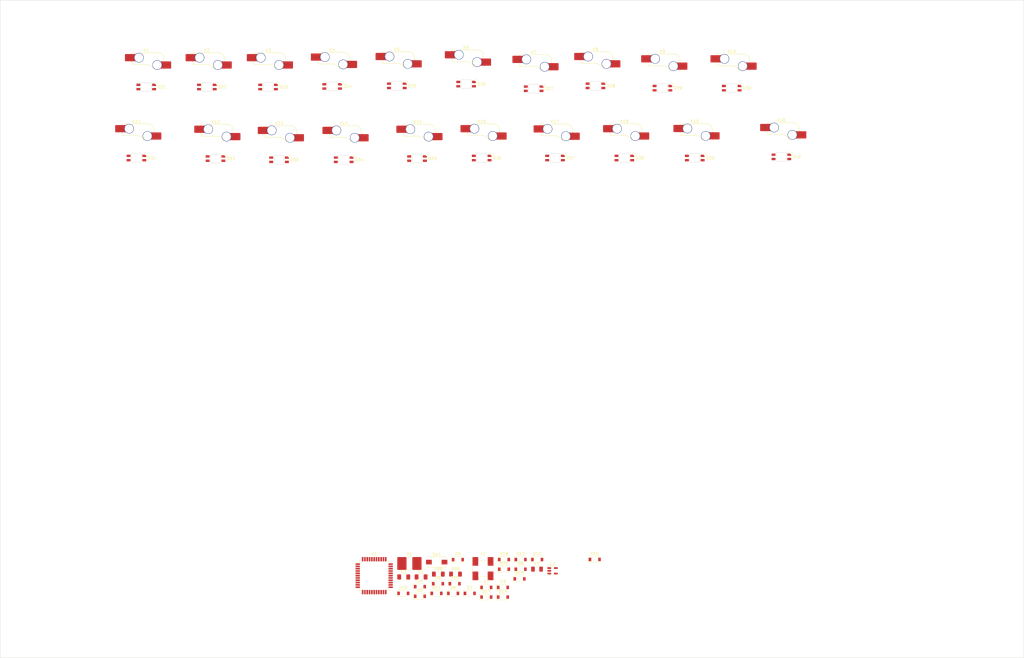
<source format=kicad_pcb>
(kicad_pcb (version 20211014) (generator pcbnew)
  (layers (0 "F.Cu" signal) (31 "B.Cu" signal) (34 "B.Paste" user) (35 "F.Paste" user) (36 "B.SilkS" user "B.Silkscreen") (37 "F.SilkS" user "F.Silkscreen") (38 "B.Mask" user) (39 "F.Mask" user) (44 "Edge.Cuts" user))
  (net 0 "")
  (net 1 "GND")
  (net 2 "Net-(C1-Pad2)")
  (net 3 "Net-(C2-Pad2)")
  (net 4 "row1")
  (net 5 "Net-(D1-Pad2)")
  (net 6 "row2")
  (net 7 "Net-(D2-Pad2)")
  (net 8 "row3")
  (net 9 "Net-(D3-Pad2)")
  (net 10 "row4")
  (net 11 "Net-(D4-Pad2)")
  (net 12 "row5")
  (net 13 "Net-(D5-Pad2)")
  (net 14 "Net-(D6-Pad2)")
  (net 15 "Net-(D7-Pad2)")
  (net 16 "Net-(D8-Pad2)")
  (net 17 "Net-(D9-Pad2)")
  (net 18 "Net-(D10-Pad2)")
  (net 19 "Net-(D11-Pad2)")
  (net 20 "Net-(D12-Pad2)")
  (net 21 "Net-(D13-Pad2)")
  (net 22 "Net-(D14-Pad2)")
  (net 23 "Net-(D15-Pad2)")
  (net 24 "Net-(D16-Pad2)")
  (net 25 "Net-(D17-Pad2)")
  (net 26 "Net-(D18-Pad2)")
  (net 27 "Net-(D19-Pad2)")
  (net 28 "Net-(D20-Pad2)")
  (net 29 "Net-(D21-Pad1)")
  (net 30 "LED")
  (net 31 "VBUS")
  (net 32 "Net-(D22-Pad1)")
  (net 33 "Net-(D22-Pad3)")
  (net 34 "Net-(D23-Pad1)")
  (net 35 "Net-(D24-Pad1)")
  (net 36 "Net-(D24-Pad3)")
  (net 37 "Net-(D25-Pad1)")
  (net 38 "Net-(D26-Pad1)")
  (net 39 "Net-(D27-Pad3)")
  (net 40 "Net-(D28-Pad1)")
  (net 41 "Net-(D29-Pad3)")
  (net 42 "Net-(D30-Pad1)")
  (net 43 "Net-(D31-Pad1)")
  (net 44 "Net-(D32-Pad3)")
  (net 45 "Net-(D33-Pad1)")
  (net 46 "Net-(D34-Pad3)")
  (net 47 "Net-(D35-Pad1)")
  (net 48 "Net-(D36-Pad1)")
  (net 49 "Net-(D38-Pad1)")
  (net 51 "VCC")
  (net 52 "col1")
  (net 53 "col2")
  (net 54 "col3")
  (net 55 "col4")
  (net 56 "reset")
  (net 57 "Net-(J1-PadB5)")
  (net 58 "GNDPWR")
  (net 59 "Net-(J1-PadA5)")
  (net 62 "DA+")
  (net 63 "DA-")
  (net 64 "USB GND")
  (net 65 "UCAP")
  (net 80 "AREF")
  (footprint "marbastlib-mx:LED_MX_6028R-FLIPPED" (layer "F.Cu") (at -10.6 -32.52)
    (fp_text reference "D21" (at 3.8 0) (layer "F.SilkS") (effects (justify left)))
    (fp_text value "SK6812MINI" hide)
    (fp_line (start 0.794452 -1.499999) (end -0.794452 -1.499999) (layer "Edge.Cuts") (width 0.1))
    (fp_line (start 1.699999 0.702843) (end 1.699999 -0.702841) (layer "Edge.Cuts") (width 0.1))
    (fp_line (start -1.699999 -0.702841) (end -1.699999 0.702843) (layer "Edge.Cuts") (width 0.1))
    (fp_line (start -0.794452 1.5) (end 0.794453 1.5) (layer "Edge.Cuts") (width 0.1))
    (fp_arc (start 0.794453 1.5) (mid 0.925123 1.517377) (end 1.046711 1.568299) (layer "Edge.Cuts") (width 0.1))
    (fp_arc (start -1.046711 1.5683) (mid -1.638071 1.504036) (end -1.749484 0.919721) (layer "Edge.Cuts") (width 0.1))
    (fp_arc (start 1.749484 0.919721) (mid 1.71251 0.814072) (end 1.699999 0.702844) (layer "Edge.Cuts") (width 0.1))
    (fp_arc (start -0.794452 -1.499999) (mid -0.925122 -1.517376) (end -1.04671 -1.568298) (layer "Edge.Cuts") (width 0.1))
    (fp_arc (start -1.046711 1.5683) (mid -0.925123 1.517378) (end -0.794453 1.500001) (layer "Edge.Cuts") (width 0.1))
    (fp_arc (start -1.749484 -0.919719) (mid -1.63807 -1.504033) (end -1.046711 -1.568296) (layer "Edge.Cuts") (width 0.1))
    (fp_arc (start -1.749484 -0.919719) (mid -1.712527 -0.814067) (end -1.699999 -0.702842) (layer "Edge.Cuts") (width 0.1))
    (fp_arc (start 1.699999 -0.702841) (mid 1.712529 -0.814066) (end 1.749484 -0.919719) (layer "Edge.Cuts") (width 0.1))
    (fp_arc (start 1.046711 -1.568298) (mid 1.638071 -1.504035) (end 1.749484 -0.919718) (layer "Edge.Cuts") (width 0.1))
    (fp_arc (start -1.699999 0.702843) (mid -1.712527 0.814069) (end -1.749484 0.919721) (layer "Edge.Cuts") (width 0.1))
    (fp_arc (start 1.046711 -1.568298) (mid 0.925123 -1.517376) (end 0.794452 -1.499999) (layer "Edge.Cuts") (width 0.1))
    (fp_arc (start 1.749484 0.919721) (mid 1.63807 1.504035) (end 1.046711 1.568299) (layer "Edge.Cuts") (width 0.1))
    (pad "1" smd roundrect (at -2.725 0.75 270) (size 0.82 1.35) (layers "F.Cu" "F.Paste" "F.Mask") (roundrect_rratio 0.1) (net 29 "Net-(D21-Pad1)"))
    (pad "2" smd roundrect (at -2.725 -0.75 270) (size 0.82 1.35) (layers "F.Cu" "F.Paste" "F.Mask") (roundrect_rratio 0.1) (net 1 "GND"))
    (pad "3" smd roundrect (at 2.725 0.75 270) (size 0.82 1.35) (layers "F.Cu" "F.Paste" "F.Mask") (roundrect_rratio 0.1) (net 30 "LED"))
    (pad "4" smd roundrect (at 2.725 -0.75 270) (size 0.82 1.35) (layers "F.Cu" "F.Paste" "F.Mask") (roundrect_rratio 0.1) (chamfer_ratio 0.5) (chamfer top_left) (net 31 "VBUS"))
  )
  (footprint "marbastlib-mx:LED_MX_6028R-FLIPPED" (layer "F.Cu") (at 105.6 -7.92)
    (fp_text reference "D36" (at 3.8 0) (layer "F.SilkS") (effects (justify left)))
    (fp_text value "SK6812MINI" hide)
    (fp_line (start 0.794452 -1.499999) (end -0.794452 -1.499999) (layer "Edge.Cuts") (width 0.1))
    (fp_line (start 1.699999 0.702843) (end 1.699999 -0.702841) (layer "Edge.Cuts") (width 0.1))
    (fp_line (start -1.699999 -0.702841) (end -1.699999 0.702843) (layer "Edge.Cuts") (width 0.1))
    (fp_line (start -0.794452 1.5) (end 0.794453 1.5) (layer "Edge.Cuts") (width 0.1))
    (fp_arc (start -1.699999 0.702843) (mid -1.712527 0.814069) (end -1.749484 0.919721) (layer "Edge.Cuts") (width 0.1))
    (fp_arc (start -1.749484 -0.919719) (mid -1.712527 -0.814067) (end -1.699999 -0.702842) (layer "Edge.Cuts") (width 0.1))
    (fp_arc (start -1.749484 -0.919719) (mid -1.63807 -1.504033) (end -1.046711 -1.568296) (layer "Edge.Cuts") (width 0.1))
    (fp_arc (start -1.046711 1.5683) (mid -0.925123 1.517378) (end -0.794453 1.500001) (layer "Edge.Cuts") (width 0.1))
    (fp_arc (start -0.794452 -1.499999) (mid -0.925122 -1.517376) (end -1.04671 -1.568298) (layer "Edge.Cuts") (width 0.1))
    (fp_arc (start -1.046711 1.5683) (mid -1.638071 1.504036) (end -1.749484 0.919721) (layer "Edge.Cuts") (width 0.1))
    (fp_arc (start 1.749484 0.919721) (mid 1.63807 1.504035) (end 1.046711 1.568299) (layer "Edge.Cuts") (width 0.1))
    (fp_arc (start 1.046711 -1.568298) (mid 0.925123 -1.517376) (end 0.794452 -1.499999) (layer "Edge.Cuts") (width 0.1))
    (fp_arc (start 1.749484 0.919721) (mid 1.71251 0.814072) (end 1.699999 0.702844) (layer "Edge.Cuts") (width 0.1))
    (fp_arc (start 1.699999 -0.702841) (mid 1.712529 -0.814066) (end 1.749484 -0.919719) (layer "Edge.Cuts") (width 0.1))
    (fp_arc (start 0.794453 1.5) (mid 0.925123 1.517377) (end 1.046711 1.568299) (layer "Edge.Cuts") (width 0.1))
    (fp_arc (start 1.046711 -1.568298) (mid 1.638071 -1.504035) (end 1.749484 -0.919718) (layer "Edge.Cuts") (width 0.1))
    (pad "1" smd roundrect (at -2.725 0.75 270) (size 0.82 1.35) (layers "F.Cu" "F.Paste" "F.Mask") (roundrect_rratio 0.1) (net 48 "Net-(D36-Pad1)"))
    (pad "2" smd roundrect (at -2.725 -0.75 270) (size 0.82 1.35) (layers "F.Cu" "F.Paste" "F.Mask") (roundrect_rratio 0.1) (net 1 "GND"))
    (pad "3" smd roundrect (at 2.725 0.75 270) (size 0.82 1.35) (layers "F.Cu" "F.Paste" "F.Mask") (roundrect_rratio 0.1) (net 43 "Net-(D31-Pad1)"))
    (pad "4" smd roundrect (at 2.725 -0.75 270) (size 0.82 1.35) (layers "F.Cu" "F.Paste" "F.Mask") (roundrect_rratio 0.1) (chamfer_ratio 0.5) (chamfer top_left) (net 31 "VBUS"))
  )
  (footprint "Diode_SMD:D_SOD-123" (layer "F.Cu") (at 124.83 131.16)
    (fp_text reference "D12" (at 0 -2) (layer "F.SilkS"))
    (fp_text value "1N4148")
    (pad "1" smd rect (at -1.65 0) (size 0.9 1.2) (layers "F.Cu" "F.Paste" "F.Mask") (net 6 "row2"))
    (pad "2" smd rect (at 1.65 0) (size 0.9 1.2) (layers "F.Cu" "F.Paste" "F.Mask") (net 20 "Net-(D12-Pad2)"))
  )
  (footprint "marbastlib-mx:SW_MX_HS_1u" (layer "F.Cu") (at 31.6 -37.6)
    (fp_text reference "K3" (at 0 -7.6) (layer "F.SilkS"))
    (fp_text value "Kailh Hotswap Socket" hide)
    (pad "" np_thru_hole circle (at 0 0) (size 3.9878 3.9878) (drill 3.9878) (layers *.Cu *.Mask))
    (pad "" np_thru_hole circle (at 5.08 0) (size 1.75 1.75) (drill 1.75) (layers *.Cu *.Mask))
    (pad "" np_thru_hole circle (at -5.08 0) (size 1.75 1.75) (drill 1.75) (layers *.Cu *.Mask))
    (pad "1" smd rect (at 5.635 -2.54 180) (size 1.65 2.5) (layers "F.Cu") (net 52 "col1"))
    (pad "1" thru_hole circle (at 3.81 -2.54) (size 3.3 3.3) (drill 3) (layers *.Cu *.Mask) (net 52 "col1"))
    (pad "1" smd roundrect (at 7.36 -2.54) (size 2.55 2.5) (layers "F.Cu" "F.Paste" "F.Mask") (roundrect_rratio 0.1) (net 52 "col1"))
    (pad "2" smd rect (at -4.34 -5.08) (size 1.65 2.5) (layers "F.Cu") (net 9 "Net-(D3-Pad2)"))
    (pad "2" smd roundrect (at -6.09 -5.08) (size 2.55 2.5) (layers "F.Cu" "F.Paste" "F.Mask") (roundrect_rratio 0.1) (net 9 "Net-(D3-Pad2)"))
    (pad "2" thru_hole circle (at -2.54 -5.08) (size 3.3 3.3) (drill 3) (layers *.Cu *.Mask) (net 9 "Net-(D3-Pad2)"))
  )
  (footprint "marbastlib-mx:SW_MX_HS_1u" (layer "F.Cu") (at 10.4 -37.6)
    (fp_text reference "K2" (at 0 -7.6) (layer "F.SilkS"))
    (fp_text value "Kailh Hotswap Socket" hide)
    (pad "" np_thru_hole circle (at 0 0) (size 3.9878 3.9878) (drill 3.9878) (layers *.Cu *.Mask))
    (pad "" np_thru_hole circle (at -5.08 0) (size 1.75 1.75) (drill 1.75) (layers *.Cu *.Mask))
    (pad "" np_thru_hole circle (at 5.08 0) (size 1.75 1.75) (drill 1.75) (layers *.Cu *.Mask))
    (pad "1" thru_hole circle (at 3.81 -2.54) (size 3.3 3.3) (drill 3) (layers *.Cu *.Mask) (net 52 "col1"))
    (pad "1" smd rect (at 5.635 -2.54 180) (size 1.65 2.5) (layers "F.Cu") (net 52 "col1"))
    (pad "1" smd roundrect (at 7.36 -2.54) (size 2.55 2.5) (layers "F.Cu" "F.Paste" "F.Mask") (roundrect_rratio 0.1) (net 52 "col1"))
    (pad "2" thru_hole circle (at -2.54 -5.08) (size 3.3 3.3) (drill 3) (layers *.Cu *.Mask) (net 7 "Net-(D2-Pad2)"))
    (pad "2" smd roundrect (at -6.09 -5.08) (size 2.55 2.5) (layers "F.Cu" "F.Paste" "F.Mask") (roundrect_rratio 0.1) (net 7 "Net-(D2-Pad2)"))
    (pad "2" smd rect (at -4.34 -5.08) (size 1.65 2.5) (layers "F.Cu") (net 7 "Net-(D2-Pad2)"))
  )
  (footprint "Capacitor_SMD:C_1206_3216Metric_Pad1.33x1.80mm_HandSolder" (layer "F.Cu") (at 84.6 137.2)
    (fp_text reference "C1" (at 0 -1.85) (layer "F.SilkS"))
    (fp_text value "22pF")
    (pad "1" smd roundrect (at -1.5625 0) (size 1.325 1.8) (layers "F.Cu" "F.Paste" "F.Mask") (roundrect_rratio 0.188679) (net 1 "GND"))
    (pad "2" smd roundrect (at 1.5625 0) (size 1.325 1.8) (layers "F.Cu" "F.Paste" "F.Mask") (roundrect_rratio 0.188679) (net 2 "Net-(C1-Pad2)"))
  )
  (footprint "marbastlib-mx:SW_MX_HS_1u" (layer "F.Cu") (at 83.4 -12.8)
    (fp_text reference "K15" (at 0 -7.6) (layer "F.SilkS"))
    (fp_text value "Kailh Hotswap Socket" hide)
    (pad "" np_thru_hole circle (at -5.08 0) (size 1.75 1.75) (drill 1.75) (layers *.Cu *.Mask))
    (pad "" np_thru_hole circle (at 5.08 0) (size 1.75 1.75) (drill 1.75) (layers *.Cu *.Mask))
    (pad "" np_thru_hole circle (at 0 0) (size 3.9878 3.9878) (drill 3.9878) (layers *.Cu *.Mask))
    (pad "1" thru_hole circle (at 3.81 -2.54) (size 3.3 3.3) (drill 3) (layers *.Cu *.Mask) (net 54 "col3"))
    (pad "1" smd roundrect (at 7.36 -2.54) (size 2.55 2.5) (layers "F.Cu" "F.Paste" "F.Mask") (roundrect_rratio 0.1) (net 54 "col3"))
    (pad "1" smd rect (at 5.635 -2.54 180) (size 1.65 2.5) (layers "F.Cu") (net 54 "col3"))
    (pad "2" smd rect (at -4.34 -5.08) (size 1.65 2.5) (layers "F.Cu") (net 23 "Net-(D15-Pad2)"))
    (pad "2" thru_hole circle (at -2.54 -5.08) (size 3.3 3.3) (drill 3) (layers *.Cu *.Mask) (net 23 "Net-(D15-Pad2)"))
    (pad "2" smd roundrect (at -6.09 -5.08) (size 2.55 2.5) (layers "F.Cu" "F.Paste" "F.Mask") (roundrect_rratio 0.1) (net 23 "Net-(D15-Pad2)"))
  )
  (footprint "marbastlib-mx:SW_MX_HS_1u" (layer "F.Cu") (at 155 -13)
    (fp_text reference "K18" (at 0 -7.6) (layer "F.SilkS"))
    (fp_text value "Kailh Hotswap Socket" hide)
    (pad "" np_thru_hole circle (at 5.08 0) (size 1.75 1.75) (drill 1.75) (layers *.Cu *.Mask))
    (pad "" np_thru_hole circle (at -5.08 0) (size 1.75 1.75) (drill 1.75) (layers *.Cu *.Mask))
    (pad "" np_thru_hole circle (at 0 0) (size 3.9878 3.9878) (drill 3.9878) (layers *.Cu *.Mask))
    (pad "1" thru_hole circle (at 3.81 -2.54) (size 3.3 3.3) (drill 3) (layers *.Cu *.Mask) (net 55 "col4"))
    (pad "1" smd rect (at 5.635 -2.54 180) (size 1.65 2.5) (layers "F.Cu") (net 55 "col4"))
    (pad "1" smd roundrect (at 7.36 -2.54) (size 2.55 2.5) (layers "F.Cu" "F.Paste" "F.Mask") (roundrect_rratio 0.1) (net 55 "col4"))
    (pad "2" smd roundrect (at -6.09 -5.08) (size 2.55 2.5) (layers "F.Cu" "F.Paste" "F.Mask") (roundrect_rratio 0.1) (net 26 "Net-(D18-Pad2)"))
    (pad "2" thru_hole circle (at -2.54 -5.08) (size 3.3 3.3) (drill 3) (layers *.Cu *.Mask) (net 26 "Net-(D18-Pad2)"))
    (pad "2" smd rect (at -4.34 -5.08) (size 1.65 2.5) (layers "F.Cu") (net 26 "Net-(D18-Pad2)"))
  )
  (footprint "Fuse:Fuse_1206_3216Metric" (layer "F.Cu") (at 124.76 134.48)
    (fp_text reference "F1" (at 0 -1.82) (layer "F.SilkS"))
    (fp_text value "ASMD1206-150")
    (pad "1" smd roundrect (at -1.4 0) (size 1.25 1.75) (layers "F.Cu" "F.Paste" "F.Mask") (roundrect_rratio 0.2) (net 31 "VBUS"))
    (pad "2" smd roundrect (at 1.4 0) (size 1.25 1.75) (layers "F.Cu" "F.Paste" "F.Mask") (roundrect_rratio 0.2) (net 51 "VCC"))
  )
  (footprint "Diode_SMD:D_SOD-123" (layer "F.Cu") (at 107.21 144.16)
    (fp_text reference "D17" (at 0 -2) (layer "F.SilkS"))
    (fp_text value "1N4148")
    (pad "1" smd rect (at -1.65 0) (size 0.9 1.2) (layers "F.Cu" "F.Paste" "F.Mask") (net 6 "row2"))
    (pad "2" smd rect (at 1.65 0) (size 0.9 1.2) (layers "F.Cu" "F.Paste" "F.Mask") (net 25 "Net-(D17-Pad2)"))
  )
  (footprint "marbastlib-mx:LED_MX_6028R-FLIPPED" (layer "F.Cu") (at 100.2 -33.52)
    (fp_text reference "D26" (at 3.8 0) (layer "F.SilkS") (effects (justify left)))
    (fp_text value "SK6812MINI" hide)
    (fp_line (start -0.794452 1.5) (end 0.794453 1.5) (layer "Edge.Cuts") (width 0.1))
    (fp_line (start -1.699999 -0.702841) (end -1.699999 0.702843) (layer "Edge.Cuts") (width 0.1))
    (fp_line (start 1.699999 0.702843) (end 1.699999 -0.702841) (layer "Edge.Cuts") (width 0.1))
    (fp_line (start 0.794452 -1.499999) (end -0.794452 -1.499999) (layer "Edge.Cuts") (width 0.1))
    (fp_arc (start 0.794453 1.5) (mid 0.925123 1.517377) (end 1.046711 1.568299) (layer "Edge.Cuts") (width 0.1))
    (fp_arc (start 1.749484 0.919721) (mid 1.63807 1.504035) (end 1.046711 1.568299) (layer "Edge.Cuts") (width 0.1))
    (fp_arc (start 1.046711 -1.568298) (mid 1.638071 -1.504035) (end 1.749484 -0.919718) (layer "Edge.Cuts") (width 0.1))
    (fp_arc (start 1.749484 0.919721) (mid 1.71251 0.814072) (end 1.699999 0.702844) (layer "Edge.Cuts") (width 0.1))
    (fp_arc (start 1.046711 -1.568298) (mid 0.925123 -1.517376) (end 0.794452 -1.499999) (layer "Edge.Cuts") (width 0.1))
    (fp_arc (start 1.699999 -0.702841) (mid 1.712529 -0.814066) (end 1.749484 -0.919719) (layer "Edge.Cuts") (width 0.1))
    (fp_arc (start -1.046711 1.5683) (mid -0.925123 1.517378) (end -0.794453 1.500001) (layer "Edge.Cuts") (width 0.1))
    (fp_arc (start -1.749484 -0.919719) (mid -1.712527 -0.814067) (end -1.699999 -0.702842) (layer "Edge.Cuts") (width 0.1))
    (fp_arc (start -1.699999 0.702843) (mid -1.712527 0.814069) (end -1.749484 0.919721) (layer "Edge.Cuts") (width 0.1))
    (fp_arc (start -0.794452 -1.499999) (mid -0.925122 -1.517376) (end -1.04671 -1.568298) (layer "Edge.Cuts") (width 0.1))
    (fp_arc (start -1.046711 1.5683) (mid -1.638071 1.504036) (end -1.749484 0.919721) (layer "Edge.Cuts") (width 0.1))
    (fp_arc (start -1.749484 -0.919719) (mid -1.63807 -1.504033) (end -1.046711 -1.568296) (layer "Edge.Cuts") (width 0.1))
    (pad "1" smd roundrect (at -2.725 0.75 270) (size 0.82 1.35) (layers "F.Cu" "F.Paste" "F.Mask") (roundrect_rratio 0.1) (net 38 "Net-(D26-Pad1)"))
    (pad "2" smd roundrect (at -2.725 -0.75 270) (size 0.82 1.35) (layers "F.Cu" "F.Paste" "F.Mask") (roundrect_rratio 0.1) (net 1 "GND"))
    (pad "3" smd roundrect (at 2.725 0.75 270) (size 0.82 1.35) (layers "F.Cu" "F.Paste" "F.Mask") (roundrect_rratio 0.1) (net 29 "Net-(D21-Pad1)"))
    (pad "4" smd roundrect (at 2.725 -0.75 270) (size 0.82 1.35) (layers "F.Cu" "F.Paste" "F.Mask") (roundrect_rratio 0.1) (chamfer_ratio 0.5) (chamfer top_left) (net 31 "VBUS"))
  )
  (footprint "marbastlib-mx:SW_MX_HS_1u" (layer "F.Cu") (at 209.4 -13.4)
    (fp_text reference "K20" (at 0 -7.6) (layer "F.SilkS"))
    (fp_text value "Kailh Hotswap Socket" hide)
    (pad "" np_thru_hole circle (at 0 0) (size 3.9878 3.9878) (drill 3.9878) (layers *.Cu *.Mask))
    (pad "" np_thru_hole circle (at -5.08 0) (size 1.75 1.75) (drill 1.75) (layers *.Cu *.Mask))
    (pad "" np_thru_hole circle (at 5.08 0) (size 1.75 1.75) (drill 1.75) (layers *.Cu *.Mask))
    (pad "1" smd rect (at 5.635 -2.54 180) (size 1.65 2.5) (layers "F.Cu") (net 55 "col4"))
    (pad "1" smd roundrect (at 7.36 -2.54) (size 2.55 2.5) (layers "F.Cu" "F.Paste" "F.Mask") (roundrect_rratio 0.1) (net 55 "col4"))
    (pad "1" thru_hole circle (at 3.81 -2.54) (size 3.3 3.3) (drill 3) (layers *.Cu *.Mask) (net 55 "col4"))
    (pad "2" thru_hole circle (at -2.54 -5.08) (size 3.3 3.3) (drill 3) (layers *.Cu *.Mask) (net 28 "Net-(D20-Pad2)"))
    (pad "2" smd roundrect (at -6.09 -5.08) (size 2.55 2.5) (layers "F.Cu" "F.Paste" "F.Mask") (roundrect_rratio 0.1) (net 28 "Net-(D20-Pad2)"))
    (pad "2" smd rect (at -4.34 -5.08) (size 1.65 2.5) (layers "F.Cu") (net 28 "Net-(D20-Pad2)"))
  )
  (footprint "Diode_SMD:D_SOD-123" (layer "F.Cu") (at 95.71 142.88)
    (fp_text reference "D6" (at 0 -2) (layer "F.SilkS"))
    (fp_text value "1N4148")
    (pad "1" smd rect (at -1.65 0) (size 0.9 1.2) (layers "F.Cu" "F.Paste" "F.Mask") (net 4 "row1"))
    (pad "2" smd rect (at 1.65 0) (size 0.9 1.2) (layers "F.Cu" "F.Paste" "F.Mask") (net 14 "Net-(D6-Pad2)"))
  )
  (footprint "Resistor_SMD:R_1206_3216Metric_Pad1.30x1.75mm_HandSolder" (layer "F.Cu") (at 90.58 136.21)
    (fp_text reference "R98" (at 0 -1.82) (layer "F.SilkS"))
    (fp_text value "5.1k")
    (pad "1" smd roundrect (at -1.55 0) (size 1.3 1.75) (layers "F.Cu" "F.Paste" "F.Mask") (roundrect_rratio 0.192308) (net 57 "Net-(J1-PadB5)"))
    (pad "2" smd roundrect (at 1.55 0) (size 1.3 1.75) (layers "F.Cu" "F.Paste" "F.Mask") (roundrect_rratio 0.192308) (net 58 "GNDPWR"))
  )
  (footprint "marbastlib-mx:SW_MX_HS_1u" (layer "F.Cu") (at 76.2 -38)
    (fp_text reference "K5" (at 0 -7.6) (layer "F.SilkS"))
    (fp_text value "Kailh Hotswap Socket" hide)
    (pad "" np_thru_hole circle (at -5.08 0) (size 1.75 1.75) (drill 1.75) (layers *.Cu *.Mask))
    (pad "" np_thru_hole circle (at 0 0) (size 3.9878 3.9878) (drill 3.9878) (layers *.Cu *.Mask))
    (pad "" np_thru_hole circle (at 5.08 0) (size 1.75 1.75) (drill 1.75) (layers *.Cu *.Mask))
    (pad "1" thru_hole circle (at 3.81 -2.54) (size 3.3 3.3) (drill 3) (layers *.Cu *.Mask) (net 52 "col1"))
    (pad "1" smd roundrect (at 7.36 -2.54) (size 2.55 2.5) (layers "F.Cu" "F.Paste" "F.Mask") (roundrect_rratio 0.1) (net 52 "col1"))
    (pad "1" smd rect (at 5.635 -2.54 180) (size 1.65 2.5) (layers "F.Cu") (net 52 "col1"))
    (pad "2" smd rect (at -4.34 -5.08) (size 1.65 2.5) (layers "F.Cu") (net 13 "Net-(D5-Pad2)"))
    (pad "2" smd roundrect (at -6.09 -5.08) (size 2.55 2.5) (layers "F.Cu" "F.Paste" "F.Mask") (roundrect_rratio 0.1) (net 13 "Net-(D5-Pad2)"))
    (pad "2" thru_hole circle (at -2.54 -5.08) (size 3.3 3.3) (drill 3) (layers *.Cu *.Mask) (net 13 "Net-(D5-Pad2)"))
  )
  (footprint "marbastlib-mx:LED_MX_6028R-FLIPPED" (layer "F.Cu") (at -14 -7.92)
    (fp_text reference "D31" (at 3.8 0) (layer "F.SilkS") (effects (justify left)))
    (fp_text value "SK6812MINI" hide)
    (fp_line (start 0.794452 -1.499999) (end -0.794452 -1.499999) (layer "Edge.Cuts") (width 0.1))
    (fp_line (start -0.794452 1.5) (end 0.794453 1.5) (layer "Edge.Cuts") (width 0.1))
    (fp_line (start -1.699999 -0.702841) (end -1.699999 0.702843) (layer "Edge.Cuts") (width 0.1))
    (fp_line (start 1.699999 0.702843) (end 1.699999 -0.702841) (layer "Edge.Cuts") (width 0.1))
    (fp_arc (start 1.749484 0.919721) (mid 1.63807 1.504035) (end 1.046711 1.568299) (layer "Edge.Cuts") (width 0.1))
    (fp_arc (start 0.794453 1.5) (mid 0.925123 1.517377) (end 1.046711 1.568299) (layer "Edge.Cuts") (width 0.1))
    (fp_arc (start 1.046711 -1.568298) (mid 1.638071 -1.504035) (end 1.749484 -0.919718) (layer "Edge.Cuts") (width 0.1))
    (fp_arc (start -1.046711 1.5683) (mid -0.925123 1.517378) (end -0.794453 1.500001) (layer "Edge.Cuts") (width 0.1))
    (fp_arc (start 1.699999 -0.702841) (mid 1.712529 -0.814066) (end 1.749484 -0.919719) (layer "Edge.Cuts") (width 0.1))
    (fp_arc (start -1.699999 0.702843) (mid -1.712527 0.814069) (end -1.749484 0.919721) (layer "Edge.Cuts") (width 0.1))
    (fp_arc (start 1.749484 0.919721) (mid 1.71251 0.814072) (end 1.699999 0.702844) (layer "Edge.Cuts") (width 0.1))
    (fp_arc (start -0.794452 -1.499999) (mid -0.925122 -1.517376) (end -1.04671 -1.568298) (layer "Edge.Cuts") (width 0.1))
    (fp_arc (start -1.046711 1.5683) (mid -1.638071 1.504036) (end -1.749484 0.919721) (layer "Edge.Cuts") (width 0.1))
    (fp_arc (start 1.046711 -1.568298) (mid 0.925123 -1.517376) (end 0.794452 -1.499999) (layer "Edge.Cuts") (width 0.1))
    (fp_arc (start -1.749484 -0.919719) (mid -1.712527 -0.814067) (end -1.699999 -0.702842) (layer "Edge.Cuts") (width 0.1))
    (fp_arc (start -1.749484 -0.919719) (mid -1.63807 -1.504033) (end -1.046711 -1.568296) (layer "Edge.Cuts") (width 0.1))
    (pad "1" smd roundrect (at -2.725 0.75 270) (size 0.82 1.35) (layers "F.Cu" "F.Paste" "F.Mask") (roundrect_rratio 0.1) (net 43 "Net-(D31-Pad1)"))
    (pad "2" smd roundrect (at -2.725 -0.75 270) (size 0.82 1.35) (layers "F.Cu" "F.Paste" "F.Mask") (roundrect_rratio 0.1) (net 1 "GND"))
    (pad "3" smd roundrect (at 2.725 0.75 270) (size 0.82 1.35) (layers "F.Cu" "F.Paste" "F.Mask") (roundrect_rratio 0.1) (net 38 "Net-(D26-Pad1)"))
    (pad "4" smd roundrect (at 2.725 -0.75 270) (size 0.82 1.35) (layers "F.Cu" "F.Paste" "F.Mask") (roundrect_rratio 0.1) (chamfer_ratio 0.5) (chamfer top_left) (net 31 "VBUS"))
  )
  (footprint "marbastlib-mx:SW_MX_HS_1u" (layer "F.Cu") (at 145 -38)
    (fp_text reference "K8" (at 0 -7.6) (layer "F.SilkS"))
    (fp_text value "Kailh Hotswap Socket" hide)
    (pad "" np_thru_hole circle (at 0 0) (size 3.9878 3.9878) (drill 3.9878) (layers *.Cu *.Mask))
    (pad "" np_thru_hole circle (at -5.08 0) (size 1.75 1.75) (drill 1.75) (layers *.Cu *.Mask))
    (pad "" np_thru_hole circle (at 5.08 0) (size 1.75 1.75) (drill 1.75) (layers *.Cu *.Mask))
    (pad "1" smd roundrect (at 7.36 -2.54) (size 2.55 2.5) (layers "F.Cu" "F.Paste" "F.Mask") (roundrect_rratio 0.1) (net 53 "col2"))
    (pad "1" thru_hole circle (at 3.81 -2.54) (size 3.3 3.3) (drill 3) (layers *.Cu *.Mask) (net 53 "col2"))
    (pad "1" smd rect (at 5.635 -2.54 180) (size 1.65 2.5) (layers "F.Cu") (net 53 "col2"))
    (pad "2" smd rect (at -4.34 -5.08) (size 1.65 2.5) (layers "F.Cu") (net 16 "Net-(D8-Pad2)"))
    (pad "2" smd roundrect (at -6.09 -5.08) (size 2.55 2.5) (layers "F.Cu" "F.Paste" "F.Mask") (roundrect_rratio 0.1) (net 16 "Net-(D8-Pad2)"))
    (pad "2" thru_hole circle (at -2.54 -5.08) (size 3.3 3.3) (drill 3) (layers *.Cu *.Mask) (net 16 "Net-(D8-Pad2)"))
  )
  (footprint "marbastlib-mx:SW_MX_HS_1u" (layer "F.Cu") (at 168.2 -37.2)
    (fp_text reference "K9" (at 0 -7.6) (layer "F.SilkS"))
    (fp_text value "Kailh Hotswap Socket" hide)
    (pad "" np_thru_hole circle (at 5.08 0) (size 1.75 1.75) (drill 1.75) (layers *.Cu *.Mask))
    (pad "" np_thru_hole circle (at 0 0) (size 3.9878 3.9878) (drill 3.9878) (layers *.Cu *.Mask))
    (pad "" np_thru_hole circle (at -5.08 0) (size 1.75 1.75) (drill 1.75) (layers *.Cu *.Mask))
    (pad "1" smd rect (at 5.635 -2.54 180) (size 1.65 2.5) (layers "F.Cu") (net 53 "col2"))
    (pad "1" thru_hole circle (at 3.81 -2.54) (size 3.3 3.3) (drill 3) (layers *.Cu *.Mask) (net 53 "col2"))
    (pad "1" smd roundrect (at 7.36 -2.54) (size 2.55 2.5) (layers "F.Cu" "F.Paste" "F.Mask") (roundrect_rratio 0.1) (net 53 "col2"))
    (pad "2" smd rect (at -4.34 -5.08) (size 1.65 2.5) (layers "F.Cu") (net 17 "Net-(D9-Pad2)"))
    (pad "2" smd roundrect (at -6.09 -5.08) (size 2.55 2.5) (layers "F.Cu" "F.Paste" "F.Mask") (roundrect_rratio 0.1) (net 17 "Net-(D9-Pad2)"))
    (pad "2" thru_hole circle (at -2.54 -5.08) (size 3.3 3.3) (drill 3) (layers *.Cu *.Mask) (net 17 "Net-(D9-Pad2)"))
  )
  (footprint "Oscillator:Oscillator_SMD_Abracon_ASV-4Pin_7.0x5.1mm_HandSoldering" (layer "F.Cu") (at 106.035 134.31)
    (fp_text reference "Y1" (at 0 -5) (layer "F.SilkS"))
    (fp_text value "16MHz")
    (pad "1" smd rect (at -2.63 2.5) (size 1.98 3) (layers "F.Cu" "F.Paste" "F.Mask") (net 3 "Net-(C2-Pad2)"))
    (pad "2" smd rect (at 2.63 2.5) (size 1.98 3) (layers "F.Cu" "F.Paste" "F.Mask") (net 2 "Net-(C1-Pad2)"))
    (pad "3" smd rect (at 2.63 -2.5) (size 1.98 3) (layers "F.Cu" "F.Paste" "F.Mask"))
    (pad "4" smd rect (at -2.63 -2.5) (size 1.98 3) (layers "F.Cu" "F.Paste" "F.Mask"))
  )
  (footprint "marbastlib-mx:LED_MX_6028R-FLIPPED" (layer "F.Cu") (at 13.4 -7.72)
    (fp_text reference "D32" (at 3.8 0) (layer "F.SilkS") (effects (justify left)))
    (fp_text value "SK6812MINI" hide)
    (fp_line (start -1.699999 -0.702841) (end -1.699999 0.702843) (layer "Edge.Cuts") (width 0.1))
    (fp_line (start -0.794452 1.5) (end 0.794453 1.5) (layer "Edge.Cuts") (width 0.1))
    (fp_line (start 0.794452 -1.499999) (end -0.794452 -1.499999) (layer "Edge.Cuts") (width 0.1))
    (fp_line (start 1.699999 0.702843) (end 1.699999 -0.702841) (layer "Edge.Cuts") (width 0.1))
    (fp_arc (start -1.749484 -0.919719) (mid -1.63807 -1.504033) (end -1.046711 -1.568296) (layer "Edge.Cuts") (width 0.1))
    (fp_arc (start 1.699999 -0.702841) (mid 1.712529 -0.814066) (end 1.749484 -0.919719) (layer "Edge.Cuts") (width 0.1))
    (fp_arc (start -1.749484 -0.919719) (mid -1.712527 -0.814067) (end -1.699999 -0.702842) (layer "Edge.Cuts") (width 0.1))
    (fp_arc (start -0.794452 -1.499999) (mid -0.925122 -1.517376) (end -1.04671 -1.568298) (layer "Edge.Cuts") (width 0.1))
    (fp_arc (start 1.749484 0.919721) (mid 1.71251 0.814072) (end 1.699999 0.702844) (layer "Edge.Cuts") (width 0.1))
    (fp_arc (start 1.749484 0.919721) (mid 1.63807 1.504035) (end 1.046711 1.568299) (layer "Edge.Cuts") (width 0.1))
    (fp_arc (start -1.699999 0.702843) (mid -1.712527 0.814069) (end -1.749484 0.919721) (layer "Edge.Cuts") (width 0.1))
    (fp_arc (start 1.046711 -1.568298) (mid 0.925123 -1.517376) (end 0.794452 -1.499999) (layer "Edge.Cuts") (width 0.1))
    (fp_arc (start -1.046711 1.5683) (mid -0.925123 1.517378) (end -0.794453 1.500001) (layer "Edge.Cuts") (width 0.1))
    (fp_arc (start 1.046711 -1.568298) (mid 1.638071 -1.504035) (end 1.749484 -0.919718) (layer "Edge.Cuts") (width 0.1))
    (fp_arc (start 0.794453 1.5) (mid 0.925123 1.517377) (end 1.046711 1.568299) (layer "Edge.Cuts") (width 0.1))
    (fp_arc (start -1.046711 1.5683) (mid -1.638071 1.504036) (end -1.749484 0.919721) (layer "Edge.Cuts") (width 0.1))
    (pad "1" smd roundrect (at -2.725 0.75 270) (size 0.82 1.35) (layers "F.Cu" "F.Paste" "F.Mask") (roundrect_rratio 0.1) (net 39 "Net-(D27-Pad3)"))
    (pad "2" smd roundrect (at -2.725 -0.75 270) (size 0.82 1.35) (layers "F.Cu" "F.Paste" "F.Mask") (roundrect_rratio 0.1) (net 1 "GND"))
    (pad "3" smd roundrect (at 2.725 0.75 270) (size 0.82 1.35) (layers "F.Cu" "F.Paste" "F.Mask") (roundrect_rratio 0.1) (net 44 "Net-(D32-Pad3)"))
    (pad "4" smd roundrect (at 2.725 -0.75 270) (size 0.82 1.35) (layers "F.Cu" "F.Paste" "F.Mask") (roundrect_rratio 0.1) (chamfer_ratio 0.5) (chamfer top_left) (net 31 "VBUS"))
  )
  (footprint "Resistor_SMD:R_2816_7142Metric_Pad3.20x4.45mm_HandSolder" (layer "F.Cu") (at 80.56 132.52)
    (fp_text reference "R1" (at 0 -3.18) (layer "F.SilkS"))
    (fp_text value "10k")
    (pad "1" smd roundrect (at -2.6 0) (size 3.2 4.45) (layers "F.Cu" "F.Paste" "F.Mask") (roundrect_rratio 0.078125) (net 51 "VCC"))
    (pad "2" smd roundrect (at 2.6 0) (size 3.2 4.45) (layers "F.Cu" "F.Paste" "F.Mask") (roundrect_rratio 0.078125) (net 56 "reset"))
  )
  (footprint "marbastlib-mx:SW_MX_HS_1u" (layer "F.Cu") (at 105.6 -13)
    (fp_text reference "K16" (at 0 -7.6) (layer "F.SilkS"))
    (fp_text value "Kailh Hotswap Socket" hide)
    (pad "" np_thru_hole circle (at -5.08 0) (size 1.75 1.75) (drill 1.75) (layers *.Cu *.Mask))
    (pad "" np_thru_hole circle (at 5.08 0) (size 1.75 1.75) (drill 1.75) (layers *.Cu *.Mask))
    (pad "" np_thru_hole circle (at 0 0) (size 3.9878 3.9878) (drill 3.9878) (layers *.Cu *.Mask))
    (pad "1" smd roundrect (at 7.36 -2.54) (size 2.55 2.5) (layers "F.Cu" "F.Paste" "F.Mask") (roundrect_rratio 0.1) (net 55 "col4"))
    (pad "1" thru_hole circle (at 3.81 -2.54) (size 3.3 3.3) (drill 3) (layers *.Cu *.Mask) (net 55 "col4"))
    (pad "1" smd rect (at 5.635 -2.54 180) (size 1.65 2.5) (layers "F.Cu") (net 55 "col4"))
    (pad "2" thru_hole circle (at -2.54 -5.08) (size 3.3 3.3) (drill 3) (layers *.Cu *.Mask) (net 24 "Net-(D16-Pad2)"))
    (pad "2" smd roundrect (at -6.09 -5.08) (size 2.55 2.5) (layers "F.Cu" "F.Paste" "F.Mask") (roundrect_rratio 0.1) (net 24 "Net-(D16-Pad2)"))
    (pad "2" smd rect (at -4.34 -5.08) (size 1.65 2.5) (layers "F.Cu") (net 24 "Net-(D16-Pad2)"))
  )
  (footprint "Diode_SMD:D_SOD-123" (layer "F.Cu") (at 90.48 139.53)
    (fp_text reference "D9" (at 0 -2) (layer "F.SilkS"))
    (fp_text value "1N4148")
    (pad "1" smd rect (at -1.65 0) (size 0.9 1.2) (layers "F.Cu" "F.Paste" "F.Mask") (net 10 "row4"))
    (pad "2" smd rect (at 1.65 0) (size 0.9 1.2) (layers "F.Cu" "F.Paste" "F.Mask") (net 17 "Net-(D9-Pad2)"))
  )
  (footprint "marbastlib-mx:SW_MX_HS_1u" (layer "F.Cu") (at 130.94 -12.92)
    (fp_text reference "K17" (at 0 -7.6) (layer "F.SilkS"))
    (fp_text value "Kailh Hotswap Socket" hide)
    (pad "" np_thru_hole circle (at 5.08 0) (size 1.75 1.75) (drill 1.75) (layers *.Cu *.Mask))
    (pad "" np_thru_hole circle (at -5.08 0) (size 1.75 1.75) (drill 1.75) (layers *.Cu *.Mask))
    (pad "" np_thru_hole circle (at 0 0) (size 3.9878 3.9878) (drill 3.9878) (layers *.Cu *.Mask))
    (pad "1" smd rect (at 5.635 -2.54 180) (size 1.65 2.5) (layers "F.Cu") (net 55 "col4"))
    (pad "1" thru_hole circle (at 3.81 -2.54) (size 3.3 3.3) (drill 3) (layers *.Cu *.Mask) (net 55 "col4"))
    (pad "1" smd roundrect (at 7.36 -2.54) (size 2.55 2.5) (layers "F.Cu" "F.Paste" "F.Mask") (roundrect_rratio 0.1) (net 55 "col4"))
    (pad "2" smd rect (at -4.34 -5.08) (size 1.65 2.5) (layers "F.Cu") (net 25 "Net-(D17-Pad2)"))
    (pad "2" thru_hole circle (at -2.54 -5.08) (size 3.3 3.3) (drill 3) (layers *.Cu *.Mask) (net 25 "Net-(D17-Pad2)"))
    (pad "2" smd roundrect (at -6.09 -5.08) (size 2.55 2.5) (layers "F.Cu" "F.Paste" "F.Mask") (roundrect_rratio 0.1) (net 25 "Net-(D17-Pad2)"))
  )
  (footprint "marbastlib-mx:LED_MX_6028R-FLIPPED" (layer "F.Cu") (at 192.2 -32.12)
    (fp_text reference "D30" (at 3.8 0) (layer "F.SilkS") (effects (justify left)))
    (fp_text value "SK6812MINI" hide)
    (fp_line (start 0.794452 -1.499999) (end -0.794452 -1.499999) (layer "Edge.Cuts") (width 0.1))
    (fp_line (start -0.794452 1.5) (end 0.794453 1.5) (layer "Edge.Cuts") (width 0.1))
    (fp_line (start -1.699999 -0.702841) (end -1.699999 0.702843) (layer "Edge.Cuts") (width 0.1))
    (fp_line (start 1.699999 0.702843) (end 1.699999 -0.702841) (layer "Edge.Cuts") (width 0.1))
    (fp_arc (start -1.046711 1.5683) (mid -1.638071 1.504036) (end -1.749484 0.919721) (layer "Edge.Cuts") (width 0.1))
    (fp_arc (start -1.749484 -0.919719) (mid -1.712527 -0.814067) (end -1.699999 -0.702842) (layer "Edge.Cuts") (width 0.1))
    (fp_arc (start 1.046711 -1.568298) (mid 0.925123 -1.517376) (end 0.794452 -1.499999) (layer "Edge.Cuts") (width 0.1))
    (fp_arc (start 1.749484 0.919721) (mid 1.71251 0.814072) (end 1.699999 0.702844) (layer "Edge.Cuts") (width 0.1))
    (fp_arc (start 1.699999 -0.702841) (mid 1.712529 -0.814066) (end 1.749484 -0.919719) (layer "Edge.Cuts") (width 0.1))
    (fp_arc (start -1.699999 0.702843) (mid -1.712527 0.814069) (end -1.749484 0.919721) (layer "Edge.Cuts") (width 0.1))
    (fp_arc (start -1.749484 -0.919719) (mid -1.63807 -1.504033) (end -1.046711 -1.568296) (layer "Edge.Cuts") (width 0.1))
    (fp_arc (start -0.794452 -1.499999) (mid -0.925122 -1.517376) (end -1.04671 -1.568298) (layer "Edge.Cuts") (width 0.1))
    (fp_arc (start 1.046711 -1.568298) (mid 1.638071 -1.504035) (end 1.749484 -0.919718) (layer "Edge.Cuts") (width 0.1))
    (fp_arc (start -1.046711 1.5683) (mid -0.925123 1.517378) (end -0.794453 1.500001) (layer "Edge.Cuts") (width 0.1))
    (fp_arc (start 1.749484 0.919721) (mid 1.63807 1.504035) (end 1.046711 1.568299) (layer "Edge.Cuts") (width 0.1))
    (fp_arc (start 0.794453 1.5) (mid 0.925123 1.517377) (end 1.046711 1.568299) (layer "Edge.Cuts") (width 0.1))
    (pad "1" smd roundrect (at -2.725 0.75 270) (size 0.82 1.35) (layers "F.Cu" "F.Paste" "F.Mask") (roundrect_rratio 0.1) (net 42 "Net-(D30-Pad1)"))
    (pad "2" smd roundrect (at -2.725 -0.75 270) (size 0.82 1.35) (layers "F.Cu" "F.Paste" "F.Mask") (roundrect_rratio 0.1) (net 1 "GND"))
    (pad "3" smd roundrect (at 2.725 0.75 270) (size 0.82 1.35) (layers "F.Cu" "F.Paste" "F.Mask") (roundrect_rratio 0.1) (net 37 "Net-(D25-Pad1)"))
    (pad "4" smd roundrect (at 2.725 -0.75 270) (size 0.82 1.35) (layers "F.Cu" "F.Paste" "F.Mask") (roundrect_rratio 0.1) (chamfer_ratio 0.5) (chamfer top_left) (net 31 "VBUS"))
  )
  (footprint "marbastlib-mx:SW_MX_HS_1u" (layer "F.Cu") (at 13.4 -12.8)
    (fp_text reference "K12" (at 0 -7.6) (layer "F.SilkS"))
    (fp_text value "Kailh Hotswap Socket" hide)
    (pad "" np_thru_hole circle (at -5.08 0) (size 1.75 1.75) (drill 1.75) (layers *.Cu *.Mask))
    (pad "" np_thru_hole circle (at 0 0) (size 3.9878 3.9878) (drill 3.9878) (layers *.Cu *.Mask))
    (pad "" np_thru_hole circle (at 5.08 0) (size 1.75 1.75) (drill 1.75) (layers *.Cu *.Mask))
    (pad "1" smd roundrect (at 7.36 -2.54) (size 2.55 2.5) (layers "F.Cu" "F.Paste" "F.Mask") (roundrect_rratio 0.1) (net 54 "col3"))
    (pad "1" thru_hole circle (at 3.81 -2.54) (size 3.3 3.3) (drill 3) (layers *.Cu *.Mask) (net 54 "col3"))
    (pad "1" smd rect (at 5.635 -2.54 180) (size 1.65 2.5) (layers "F.Cu") (net 54 "col3"))
    (pad "2" smd roundrect (at -6.09 -5.08) (size 2.55 2.5) (layers "F.Cu" "F.Paste" "F.Mask") (roundrect_rratio 0.1) (net 20 "Net-(D12-Pad2)"))
    (pad "2" smd rect (at -4.34 -5.08) (size 1.65 2.5) (layers "F.Cu") (net 20 "Net-(D12-Pad2)"))
    (pad "2" thru_hole circle (at -2.54 -5.08) (size 3.3 3.3) (drill 3) (layers *.Cu *.Mask) (net 20 "Net-(D12-Pad2)"))
  )
  (footprint "marbastlib-mx:SW_MX_HS_1u" (layer "F.Cu") (at -10.6 -37.6)
    (fp_text reference "K1" (at 0 -7.6) (layer "F.SilkS"))
    (fp_text value "Kailh Hotswap Socket" hide)
    (pad "" np_thru_hole circle (at 5.08 0) (size 1.75 1.75) (drill 1.75) (layers *.Cu *.Mask))
    (pad "" np_thru_hole circle (at -5.08 0) (size 1.75 1.75) (drill 1.75) (layers *.Cu *.Mask))
    (pad "" np_thru_hole circle (at 0 0) (size 3.9878 3.9878) (drill 3.9878) (layers *.Cu *.Mask))
    (pad "1" smd rect (at 5.635 -2.54 180) (size 1.65 2.5) (layers "F.Cu") (net 52 "col1"))
    (pad "1" smd roundrect (at 7.36 -2.54) (size 2.55 2.5) (layers "F.Cu" "F.Paste" "F.Mask") (roundrect_rratio 0.1) (net 52 "col1"))
    (pad "1" thru_hole circle (at 3.81 -2.54) (size 3.3 3.3) (drill 3) (layers *.Cu *.Mask) (net 52 "col1"))
    (pad "2" smd roundrect (at -6.09 -5.08) (size 2.55 2.5) (layers "F.Cu" "F.Paste" "F.Mask") (roundrect_rratio 0.1) (net 5 "Net-(D1-Pad2)"))
    (pad "2" thru_hole circle (at -2.54 -5.08) (size 3.3 3.3) (drill 3) (layers *.Cu *.Mask) (net 5 "Net-(D1-Pad2)"))
    (pad "2" smd rect (at -4.34 -5.08) (size 1.65 2.5) (layers "F.Cu") (net 5 "Net-(D1-Pad2)"))
  )
  (footprint "Package_TO_SOT_SMD:SOT-23-5" (layer "F.Cu") (at 130.14 135.06)
    (fp_text reference "U2" (at 0 -2.4) (layer "F.SilkS"))
    (fp_text value "AP2112K-3.3")
    (pad "1" smd roundrect (at -1.1375 -0.95) (size 1.325 0.6) (layers "F.Cu" "F.Paste" "F.Mask"))
    (pad "2" smd roundrect (at -1.1375 0) (size 1.325 0.6) (layers "F.Cu" "F.Paste" "F.Mask"))
    (pad "3" smd roundrect (at -1.1375 0.95) (size 1.325 0.6) (layers "F.Cu" "F.Paste" "F.Mask"))
    (pad "4" smd roundrect (at 1.1375 0.95) (size 1.325 0.6) (layers "F.Cu" "F.Paste" "F.Mask"))
    (pad "5" smd roundrect (at 1.1375 -0.95) (size 1.325 0.6) (layers "F.Cu" "F.Paste" "F.Mask"))
  )
  (footprint "Resistor_SMD:R_1206_3216Metric_Pad1.30x1.75mm_HandSolder" (layer "F.Cu") (at 96.53 136.21)
    (fp_text reference "R99" (at 0 -1.82) (layer "F.SilkS"))
    (fp_text value "5.1k")
    (pad "1" smd roundrect (at -1.55 0) (size 1.3 1.75) (layers "F.Cu" "F.Paste" "F.Mask") (roundrect_rratio 0.192308) (net 59 "Net-(J1-PadA5)"))
    (pad "2" smd roundrect (at 1.55 0) (size 1.3 1.75) (layers "F.Cu" "F.Paste" "F.Mask") (roundrect_rratio 0.192308) (net 58 "GNDPWR"))
  )
  (footprint "marbastlib-mx:LED_MX_6028R-FLIPPED" (layer "F.Cu") (at 35.4 -7.32)
    (fp_text reference "D33" (at 3.8 0) (layer "F.SilkS") (effects (justify left)))
    (fp_text value "SK6812MINI" hide)
    (fp_line (start -0.794452 1.5) (end 0.794453 1.5) (layer "Edge.Cuts") (width 0.1))
    (fp_line (start -1.699999 -0.702841) (end -1.699999 0.702843) (layer "Edge.Cuts") (width 0.1))
    (fp_line (start 0.794452 -1.499999) (end -0.794452 -1.499999) (layer "Edge.Cuts") (width 0.1))
    (fp_line (start 1.699999 0.702843) (end 1.699999 -0.702841) (layer "Edge.Cuts") (width 0.1))
    (fp_arc (start 1.699999 -0.702841) (mid 1.712529 -0.814066) (end 1.749484 -0.919719) (layer "Edge.Cuts") (width 0.1))
    (fp_arc (start -1.699999 0.702843) (mid -1.712527 0.814069) (end -1.749484 0.919721) (layer "Edge.Cuts") (width 0.1))
    (fp_arc (start -1.749484 -0.919719) (mid -1.63807 -1.504033) (end -1.046711 -1.568296) (layer "Edge.Cuts") (width 0.1))
    (fp_arc (start -0.794452 -1.499999) (mid -0.925122 -1.517376) (end -1.04671 -1.568298) (layer "Edge.Cuts") (width 0.1))
    (fp_arc (start -1.046711 1.5683) (mid -0.925123 1.517378) (end -0.794453 1.500001) (layer "Edge.Cuts") (width 0.1))
    (fp_arc (start 0.794453 1.5) (mid 0.925123 1.517377) (end 1.046711 1.568299) (layer "Edge.Cuts") (width 0.1))
    (fp_arc (start 1.046711 -1.568298) (mid 1.638071 -1.504035) (end 1.749484 -0.919718) (layer "Edge.Cuts") (width 0.1))
    (fp_arc (start 1.749484 0.919721) (mid 1.63807 1.504035) (end 1.046711 1.568299) (layer "Edge.Cuts") (width 0.1))
    (fp_arc (start 1.749484 0.919721) (mid 1.71251 0.814072) (end 1.699999 0.702844) (layer "Edge.Cuts") (width 0.1))
    (fp_arc (start -1.046711 1.5683) (mid -1.638071 1.504036) (end -1.749484 0.919721) (layer "Edge.Cuts") (width 0.1))
    (fp_arc (start 1.046711 -1.568298) (mid 0.925123 -1.517376) (end 0.794452 -1.499999) (layer "Edge.Cuts") (width 0.1))
    (fp_arc (start -1.749484 -0.919719) (mid -1.712527 -0.814067) (end -1.699999 -0.702842) (layer "Edge.Cuts") (width 0.1))
    (pad "1" smd roundrect (at -2.725 0.75 270) (size 0.82 1.35) (layers "F.Cu" "F.Paste" "F.Mask") (roundrect_rratio 0.1) (net 45 "Net-(D33-Pad1)"))
    (pad "2" smd roundrect (at -2.725 -0.75 270) (size 0.82 1.35) (layers "F.Cu" "F.Paste" "F.Mask") (roundrect_rratio 0.1) (net 1 "GND"))
    (pad "3" smd roundrect (at 2.725 0.75 270) (size 0.82 1.35) (layers "F.Cu" "F.Paste" "F.Mask") (roundrect_rratio 0.1) (net 40 "Net-(D28-Pad1)"))
    (pad "4" smd roundrect (at 2.725 -0.75 270) (size 0.82 1.35) (layers "F.Cu" "F.Paste" "F.Mask") (roundrect_rratio 0.1) (chamfer_ratio 0.5) (chamfer top_left) (net 31 "VBUS"))
  )
  (footprint "marbastlib-mx:LED_MX_6028R-FLIPPED" (layer "F.Cu") (at 131 -7.92)
    (fp_text reference "D37" (at 3.8 0) (layer "F.SilkS") (effects (justify left)))
    (fp_text value "SK6812MINI" hide)
    (fp_line (start 1.699999 0.702843) (end 1.699999 -0.702841) (layer "Edge.Cuts") (width 0.1))
    (fp_line (start -1.699999 -0.702841) (end -1.699999 0.702843) (layer "Edge.Cuts") (width 0.1))
    (fp_line (start 0.794452 -1.499999) (end -0.794452 -1.499999) (layer "Edge.Cuts") (width 0.1))
    (fp_line (start -0.794452 1.5) (end 0.794453 1.5) (layer "Edge.Cuts") (width 0.1))
    (fp_arc (start 0.794453 1.5) (mid 0.925123 1.517377) (end 1.046711 1.568299) (layer "Edge.Cuts") (width 0.1))
    (fp_arc (start -1.046711 1.5683) (mid -0.925123 1.517378) (end -0.794453 1.500001) (layer "Edge.Cuts") (width 0.1))
    (fp_arc (start 1.699999 -0.702841) (mid 1.712529 -0.814066) (end 1.749484 -0.919719) (layer "Edge.Cuts") (width 0.1))
    (fp_arc (start -0.794452 -1.499999) (mid -0.925122 -1.517376) (end -1.04671 -1.568298) (layer "Edge.Cuts") (width 0.1))
    (fp_arc (start 1.749484 0.919721) (mid 1.71251 0.814072) (end 1.699999 0.702844) (layer "Edge.Cuts") (width 0.1))
    (fp_arc (start 1.749484 0.919721) (mid 1.63807 1.504035) (end 1.046711 1.568299) (layer "Edge.Cuts") (width 0.1))
    (fp_arc (start -1.749484 -0.919719) (mid -1.63807 -1.504033) (end -1.046711 -1.568296) (layer "Edge.Cuts") (width 0.1))
    (fp_arc (start -1.749484 -0.919719) (mid -1.712527 -0.814067) (end -1.699999 -0.702842) (layer "Edge.Cuts") (width 0.1))
    (fp_arc (start -1.046711 1.5683) (mid -1.638071 1.504036) (end -1.749484 0.919721) (layer "Edge.Cuts") (width 0.1))
    (fp_arc (start 1.046711 -1.568298) (mid 0.925123 -1.517376) (end 0.794452 -1.499999) (layer "Edge.Cuts") (width 0.1))
    (fp_arc (start 1.046711 -1.568298) (mid 1.638071 -1.504035) (end 1.749484 -0.919718) (layer "Edge.Cuts") (width 0.1))
    (fp_arc (start -1.699999 0.702843) (mid -1.712527 0.814069) (end -1.749484 0.919721) (layer "Edge.Cuts") (width 0.1))
    (pad "1" smd roundrect (at -2.725 0.75 270) (size 0.82 1.35) (layers "F.Cu" "F.Paste" "F.Mask") (roundrect_rratio 0.1) (net 44 "Net-(D32-Pad3)"))
    (pad "2" smd roundrect (at -2.725 -0.75 270) (size 0.82 1.35) (layers "F.Cu" "F.Paste" "F.Mask") (roundrect_rratio 0.1) (net 1 "GND"))
    (pad "3" smd roundrect (at 2.725 0.75 270) (size 0.82 1.35) (layers "F.Cu" "F.Paste" "F.Mask") (roundrect_rratio 0.1) (net 48 "Net-(D36-Pad1)"))
    (pad "4" smd roundrect (at 2.725 -0.75 270) (size 0.82 1.35) (layers "F.Cu" "F.Paste" "F.Mask") (roundrect_rratio 0.1) (chamfer_ratio 0.5) (chamfer top_left) (net 31 "VBUS"))
  )
  (footprint "marbastlib-mx:SW_MX_HS_1u" (layer "F.Cu") (at 53.8 -37.8)
    (fp_text reference "K4" (at 0 -7.6) (layer "F.SilkS"))
    (fp_text value "Kailh Hotswap Socket" hide)
    (pad "" np_thru_hole circle (at -5.08 0) (size 1.75 1.75) (drill 1.75) (layers *.Cu *.Mask))
    (pad "" np_thru_hole circle (at 5.08 0) (size 1.75 1.75) (drill 1.75) (layers *.Cu *.Mask))
    (pad "" np_thru_hole circle (at 0 0) (size 3.9878 3.9878) (drill 3.9878) (layers *.Cu *.Mask))
    (pad "1" smd roundrect (at 7.36 -2.54) (size 2.55 2.5) (layers "F.Cu" "F.Paste" "F.Mask") (roundrect_rratio 0.1) (net 52 "col1"))
    (pad "1" smd rect (at 5.635 -2.54 180) (size 1.65 2.5) (layers "F.Cu") (net 52 "col1"))
    (pad "1" thru_hole circle (at 3.81 -2.54) (size 3.3 3.3) (drill 3) (layers *.Cu *.Mask) (net 52 "col1"))
    (pad "2" thru_hole circle (at -2.54 -5.08) (size 3.3 3.3) (drill 3) (layers *.Cu *.Mask) (net 11 "Net-(D4-Pad2)"))
    (pad "2" smd rect (at -4.34 -5.08) (size 1.65 2.5) (layers "F.Cu") (net 11 "Net-(D4-Pad2)"))
    (pad "2" smd roundrect (at -6.09 -5.08) (size 2.55 2.5) (layers "F.Cu" "F.Paste" "F.Mask") (roundrect_rratio 0.1) (net 11 "Net-(D4-Pad2)"))
  )
  (footprint "Diode_SMD:D_SOD-123" (layer "F.Cu") (at 119.08 134.51)
    (fp_text reference "D8" (at 0 -2) (layer "F.SilkS"))
    (fp_text value "1N4148")
    (pad "1" smd rect (at -1.65 0) (size 0.9 1.2) (layers "F.Cu" "F.Paste" "F.Mask") (net 8 "row3"))
    (pad "2" smd rect (at 1.65 0) (size 0.9 1.2) (layers "F.Cu" "F.Paste" "F.Mask") (net 16 "Net-(D8-Pad2)"))
  )
  (footprint "Capacitor_SMD:C_1206_3216Metric_Pad1.33x1.80mm_HandSolder" (layer "F.Cu") (at 78.59 137.2)
    (fp_text reference "C2" (at 0 -1.85) (layer "F.SilkS"))
    (fp_text value "22pF")
    (pad "1" smd roundrect (at -1.5625 0) (size 1.325 1.8) (layers "F.Cu" "F.Paste" "F.Mask") (roundrect_rratio 0.188679) (net 1 "GND"))
    (pad "2" smd roundrect (at 1.5625 0) (size 1.325 1.8) (layers "F.Cu" "F.Paste" "F.Mask") (roundrect_rratio 0.188679) (net 3 "Net-(C2-Pad2)"))
  )
  (footprint "Diode_SMD:D_SOD-123" (layer "F.Cu") (at 96.23 139.53)
    (fp_text reference "D15" (at 0 -2) (layer "F.SilkS"))
    (fp_text value "1N4148")
    (pad "1" smd rect (at -1.65 0) (size 0.9 1.2) (layers "F.Cu" "F.Paste" "F.Mask") (net 12 "row5"))
    (pad "2" smd rect (at 1.65 0) (size 0.9 1.2) (layers "F.Cu" "F.Paste" "F.Mask") (net 23 "Net-(D15-Pad2)"))
  )
  (footprint "Diode_SMD:D_SOD-123" (layer "F.Cu") (at 84.21 143.9)
    (fp_text reference "D2" (at 0 -2) (layer "F.SilkS"))
    (fp_text value "1N4148")
    (pad "1" smd rect (at -1.65 0) (size 0.9 1.2) (layers "F.Cu" "F.Paste" "F.Mask") (net 6 "row2"))
    (pad "2" smd rect (at 1.65 0) (size 0.9 1.2) (layers "F.Cu" "F.Paste" "F.Mask") (net 7 "Net-(D2-Pad2)"))
  )
  (footprint "Button_Switch_SMD:SW_SPST_EVQPE1" (layer "F.Cu") (at 90.01 132.04)
    (fp_text reference "SW1" (at 0 -2.65) (layer "F.SilkS"))
    (fp_text value "SW_Push")
    (pad "1" smd rect (at -2.7 0) (size 2 1.6) (layers "F.Cu" "F.Paste" "F.Mask") (net 1 "GND"))
    (pad "2" smd rect (at 2.7 0) (size 2 1.6) (layers "F.Cu" "F.Paste" "F.Mask") (net 56 "reset"))
  )
  (footprint "Diode_SMD:D_SOD-123" (layer "F.Cu") (at 89.96 142.88)
    (fp_text reference "D11" (at 0 -2) (layer "F.SilkS"))
    (fp_text value "1N4148")
    (pad "1" smd rect (at -1.65 0) (size 0.9 1.2) (layers "F.Cu" "F.Paste" "F.Mask") (net 4 "row1"))
    (pad "2" smd rect (at 1.65 0) (size 0.9 1.2) (layers "F.Cu" "F.Paste" "F.Mask") (net 19 "Net-(D11-Pad2)"))
  )
  (footprint "marbastlib-mx:LED_MX_6028R-FLIPPED" (layer "F.Cu") (at 76.2 -32.92)
    (fp_text reference "D25" (at 3.8 0) (layer "F.SilkS") (effects (justify left)))
    (fp_text value "SK6812MINI" hide)
    (fp_line (start -0.794452 1.5) (end 0.794453 1.5) (layer "Edge.Cuts") (width 0.1))
    (fp_line (start 1.699999 0.702843) (end 1.699999 -0.702841) (layer "Edge.Cuts") (width 0.1))
    (fp_line (start 0.794452 -1.499999) (end -0.794452 -1.499999) (layer "Edge.Cuts") (width 0.1))
    (fp_line (start -1.699999 -0.702841) (end -1.699999 0.702843) (layer "Edge.Cuts") (width 0.1))
    (fp_arc (start -1.699999 0.702843) (mid -1.712527 0.814069) (end -1.749484 0.919721) (layer "Edge.Cuts") (width 0.1))
    (fp_arc (start 1.046711 -1.568298) (mid 0.925123 -1.517376) (end 0.794452 -1.499999) (layer "Edge.Cuts") (width 0.1))
    (fp_arc (start 1.749484 0.919721) (mid 1.71251 0.814072) (end 1.699999 0.702844) (layer "Edge.Cuts") (width 0.1))
    (fp_arc (start -1.046711 1.5683) (mid -1.638071 1.504036) (end -1.749484 0.919721) (layer "Edge.Cuts") (width 0.1))
    (fp_arc (start -1.749484 -0.919719) (mid -1.63807 -1.504033) (end -1.046711 -1.568296) (layer "Edge.Cuts") (width 0.1))
    (fp_arc (start 1.749484 0.919721) (mid 1.63807 1.504035) (end 1.046711 1.568299) (layer "Edge.Cuts") (width 0.1))
    (fp_arc (start 0.794453 1.5) (mid 0.925123 1.517377) (end 1.046711 1.568299) (layer "Edge.Cuts") (width 0.1))
    (fp_arc (start -1.749484 -0.919719) (mid -1.712527 -0.814067) (end -1.699999 -0.702842) (layer "Edge.Cuts") (width 0.1))
    (fp_arc (start 1.046711 -1.568298) (mid 1.638071 -1.504035) (end 1.749484 -0.919718) (layer "Edge.Cuts") (width 0.1))
    (fp_arc (start -0.794452 -1.499999) (mid -0.925122 -1.517376) (end -1.04671 -1.568298) (layer "Edge.Cuts") (width 0.1))
    (fp_arc (start -1.046711 1.5683) (mid -0.925123 1.517378) (end -0.794453 1.500001) (layer "Edge.Cuts") (width 0.1))
    (fp_arc (start 1.699999 -0.702841) (mid 1.712529 -0.814066) (end 1.749484 -0.919719) (layer "Edge.Cuts") (width 0.1))
    (pad "1" smd roundrect (at -2.725 0.75 270) (size 0.82 1.35) (layers "F.Cu" "F.Paste" "F.Mask") (roundrect_rratio 0.1) (net 37 "Net-(D25-Pad1)"))
    (pad "2" smd roundrect (at -2.725 -0.75 270) (size 0.82 1.35) (layers "F.Cu" "F.Paste" "F.Mask") (roundrect_rratio 0.1) (net 1 "GND"))
    (pad "3" smd roundrect (at 2.725 0.75 270) (size 0.82 1.35) (layers "F.Cu" "F.Paste" "F.Mask") (roundrect_rratio 0.1) (net 35 "Net-(D24-Pad1)"))
    (pad "4" smd roundrect (at 2.725 -0.75 270) (size 0.82 1.35) (layers "F.Cu" "F.Paste" "F.Mask") (roundrect_rratio 0.1) (chamfer_ratio 0.5) (chamfer top_left) (net 31 "VBUS"))
  )
  (footprint "marbastlib-mx:LED_MX_6028R-FLIPPED" (layer "F.Cu") (at 10.4 -32.52)
    (fp_text reference "D22" (at 3.8 0) (layer "F.SilkS") (effects (justify left)))
    (fp_text value "SK6812MINI" hide)
    (fp_line (start -0.794452 1.5) (end 0.794453 1.5) (layer "Edge.Cuts") (width 0.1))
    (fp_line (start 0.794452 -1.499999) (end -0.794452 -1.499999) (layer "Edge.Cuts") (width 0.1))
    (fp_line (start 1.699999 0.702843) (end 1.699999 -0.702841) (layer "Edge.Cuts") (width 0.1))
    (fp_line (start -1.699999 -0.702841) (end -1.699999 0.702843) (layer "Edge.Cuts") (width 0.1))
    (fp_arc (start -1.046711 1.5683) (mid -1.638071 1.504036) (end -1.749484 0.919721) (layer "Edge.Cuts") (width 0.1))
    (fp_arc (start 1.699999 -0.702841) (mid 1.712529 -0.814066) (end 1.749484 -0.919719) (layer "Edge.Cuts") (width 0.1))
    (fp_arc (start 1.749484 0.919721) (mid 1.71251 0.814072) (end 1.699999 0.702844) (layer "Edge.Cuts") (width 0.1))
    (fp_arc (start 0.794453 1.5) (mid 0.925123 1.517377) (end 1.046711 1.568299) (layer "Edge.Cuts") (width 0.1))
    (fp_arc (start -1.699999 0.702843) (mid -1.712527 0.814069) (end -1.749484 0.919721) (layer "Edge.Cuts") (width 0.1))
    (fp_arc (start 1.749484 0.919721) (mid 1.63807 1.504035) (end 1.046711 1.568299) (layer "Edge.Cuts") (width 0.1))
    (fp_arc (start -1.749484 -0.919719) (mid -1.63807 -1.504033) (end -1.046711 -1.568296) (layer "Edge.Cuts") (width 0.1))
    (fp_arc (start -1.749484 -0.919719) (mid -1.712527 -0.814067) (end -1.699999 -0.702842) (layer "Edge.Cuts") (width 0.1))
    (fp_arc (start 1.046711 -1.568298) (mid 0.925123 -1.517376) (end 0.794452 -1.499999) (layer "Edge.Cuts") (width 0.1))
    (fp_arc (start 1.046711 -1.568298) (mid 1.638071 -1.504035) (end 1.749484 -0.919718) (layer "Edge.Cuts") (width 0.1))
    (fp_arc (start -0.794452 -1.499999) (mid -0.925122 -1.517376) (end -1.04671 -1.568298) (layer "Edge.Cuts") (width 0.1))
    (fp_arc (start -1.046711 1.5683) (mid -0.925123 1.517378) (end -0.794453 1.500001) (layer "Edge.Cuts") (width 0.1))
    (pad "1" smd roundrect (at -2.725 0.75 270) (size 0.82 1.35) (layers "F.Cu" "F.Paste" "F.Mask") (roundrect_rratio 0.1) (net 32 "Net-(D22-Pad1)"))
    (pad "2" smd roundrect (at -2.725 -0.75 270) (size 0.82 1.35) (layers "F.Cu" "F.Paste" "F.Mask") (roundrect_rratio 0.1) (net 1 "GND"))
    (pad "3" smd roundrect (at 2.725 0.75 270) (size 0.82 1.35) (layers "F.Cu" "F.Paste" "F.Mask") (roundrect_rratio 0.1) (net 33 "Net-(D22-Pad3)"))
    (pad "4" smd roundrect (at 2.725 -0.75 270) (size 0.82 1.35) (layers "F.Cu" "F.Paste" "F.Mask") (roundrect_rratio 0.1) (chamfer_ratio 0.5) (chamfer top_left) (net 31 "VBUS"))
  )
  (footprint "Diode_SMD:D_SOD-123" (layer "F.Cu") (at 112.96 144.16)
    (fp_text reference "D14" (at 0 -2) (layer "F.SilkS"))
    (fp_text value "1N4148")
    (pad "1" smd rect (at -1.65 0) (size 0.9 1.2) (layers "F.Cu" "F.Paste" "F.Mask") (net 10 "row4"))
    (pad "2" smd rect (at 1.65 0) (size 0.9 1.2) (layers "F.Cu" "F.Paste" "F.Mask") (net 22 "Net-(D14-Pad2)"))
  )
  (footprint "marbastlib-mx:LED_MX_6028R-FLIPPED" (layer "F.Cu") (at 155 -7.92)
    (fp_text reference "D38" (at 3.8 0) (layer "F.SilkS") (effects (justify left)))
    (fp_text value "SK6812MINI" hide)
    (fp_line (start 0.794452 -1.499999) (end -0.794452 -1.499999) (layer "Edge.Cuts") (width 0.1))
    (fp_line (start 1.699999 0.702843) (end 1.699999 -0.702841) (layer "Edge.Cuts") (width 0.1))
    (fp_line (start -0.794452 1.5) (end 0.794453 1.5) (layer "Edge.Cuts") (width 0.1))
    (fp_line (start -1.699999 -0.702841) (end -1.699999 0.702843) (layer "Edge.Cuts") (width 0.1))
    (fp_arc (start 1.046711 -1.568298) (mid 1.638071 -1.504035) (end 1.749484 -0.919718) (layer "Edge.Cuts") (width 0.1))
    (fp_arc (start -1.046711 1.5683) (mid -0.925123 1.517378) (end -0.794453 1.500001) (layer "Edge.Cuts") (width 0.1))
    (fp_arc (start -0.794452 -1.499999) (mid -0.925122 -1.517376) (end -1.04671 -1.568298) (layer "Edge.Cuts") (width 0.1))
    (fp_arc (start 0.794453 1.5) (mid 0.925123 1.517377) (end 1.046711 1.568299) (layer "Edge.Cuts") (width 0.1))
    (fp_arc (start -1.046711 1.5683) (mid -1.638071 1.504036) (end -1.749484 0.919721) (layer "Edge.Cuts") (width 0.1))
    (fp_arc (start -1.749484 -0.919719) (mid -1.63807 -1.504033) (end -1.046711 -1.568296) (layer "Edge.Cuts") (width 0.1))
    (fp_arc (start 1.046711 -1.568298) (mid 0.925123 -1.517376) (end 0.794452 -1.499999) (layer "Edge.Cuts") (width 0.1))
    (fp_arc (start -1.749484 -0.919719) (mid -1.712527 -0.814067) (end -1.699999 -0.702842) (layer "Edge.Cuts") (width 0.1))
    (fp_arc (start 1.749484 0.919721) (mid 1.71251 0.814072) (end 1.699999 0.702844) (layer "Edge.Cuts") (width 0.1))
    (fp_arc (start -1.699999 0.702843) (mid -1.712527 0.814069) (end -1.749484 0.919721) (layer "Edge.Cuts") (width 0.1))
    (fp_arc (start 1.699999 -0.702841) (mid 1.712529 -0.814066) (end 1.749484 -0.919719) (layer "Edge.Cuts") (width 0.1))
    (fp_arc (start 1.749484 0.919721) (mid 1.63807 1.504035) (end 1.046711 1.568299) (layer "Edge.Cuts") (width 0.1))
    (pad "1" smd roundrect (at -2.725 0.75 270) (size 0.82 1.35) (layers "F.Cu" "F.Paste" "F.Mask") (roundrect_rratio 0.1) (net 49 "Net-(D38-Pad1)"))
    (pad "2" smd roundrect (at -2.725 -0.75 270) (size 0.82 1.35) (layers "F.Cu" "F.Paste" "F.Mask") (roundrect_rratio 0.1) (net 1 "GND"))
    (pad "3" smd roundrect (at 2.725 0.75 270) (size 0.82 1.35) (layers "F.Cu" "F.Paste" "F.Mask") (roundrect_rratio 0.1) (net 45 "Net-(D33-Pad1)"))
    (pad "4" smd roundrect (at 2.725 -0.75 270) (size 0.82 1.35) (layers "F.Cu" "F.Paste" "F.Mask") (roundrect_rratio 0.1) (chamfer_ratio 0.5) (chamfer top_left) (net 31 "VBUS"))
  )
  (footprint "marbastlib-mx:SW_MX_HS_1u" (layer "F.Cu") (at 192.2 -37.2)
    (fp_text reference "K10" (at 0 -7.6) (layer "F.SilkS"))
    (fp_text value "Kailh Hotswap Socket" hide)
    (pad "" np_thru_hole circle (at -5.08 0) (size 1.75 1.75) (drill 1.75) (layers *.Cu *.Mask))
    (pad "" np_thru_hole circle (at 5.08 0) (size 1.75 1.75) (drill 1.75) (layers *.Cu *.Mask))
    (pad "" np_thru_hole circle (at 0 0) (size 3.9878 3.9878) (drill 3.9878) (layers *.Cu *.Mask))
    (pad "1" thru_hole circle (at 3.81 -2.54) (size 3.3 3.3) (drill 3) (layers *.Cu *.Mask) (net 53 "col2"))
    (pad "1" smd roundrect (at 7.36 -2.54) (size 2.55 2.5) (layers "F.Cu" "F.Paste" "F.Mask") (roundrect_rratio 0.1) (net 53 "col2"))
    (pad "1" smd rect (at 5.635 -2.54 180) (size 1.65 2.5) (layers "F.Cu") (net 53 "col2"))
    (pad "2" smd rect (at -4.34 -5.08) (size 1.65 2.5) (layers "F.Cu") (net 18 "Net-(D10-Pad2)"))
    (pad "2" smd roundrect (at -6.09 -5.08) (size 2.55 2.5) (layers "F.Cu" "F.Paste" "F.Mask") (roundrect_rratio 0.1) (net 18 "Net-(D10-Pad2)"))
    (pad "2" thru_hole circle (at -2.54 -5.08) (size 3.3 3.3) (drill 3) (layers *.Cu *.Mask) (net 18 "Net-(D10-Pad2)"))
  )
  (footprint "marbastlib-mx:LED_MX_6028R-FLIPPED" (layer "F.Cu") (at 57.8 -7.32)
    (fp_text reference "D34" (at 3.8 0) (layer "F.SilkS") (effects (justify left)))
    (fp_text value "SK6812MINI" hide)
    (fp_line (start -1.699999 -0.702841) (end -1.699999 0.702843) (layer "Edge.Cuts") (width 0.1))
    (fp_line (start -0.794452 1.5) (end 0.794453 1.5) (layer "Edge.Cuts") (width 0.1))
    (fp_line (start 1.699999 0.702843) (end 1.699999 -0.702841) (layer "Edge.Cuts") (width 0.1))
    (fp_line (start 0.794452 -1.499999) (end -0.794452 -1.499999) (layer "Edge.Cuts") (width 0.1))
    (fp_arc (start 1.749484 0.919721) (mid 1.71251 0.814072) (end 1.699999 0.702844) (layer "Edge.Cuts") (width 0.1))
    (fp_arc (start 1.046711 -1.568298) (mid 0.925123 -1.517376) (end 0.794452 -1.499999) (layer "Edge.Cuts") (width 0.1))
    (fp_arc (start -1.046711 1.5683) (mid -0.925123 1.517378) (end -0.794453 1.500001) (layer "Edge.Cuts") (width 0.1))
    (fp_arc (start -1.749484 -0.919719) (mid -1.63807 -1.504033) (end -1.046711 -1.568296) (layer "Edge.Cuts") (width 0.1))
    (fp_arc (start 1.046711 -1.568298) (mid 1.638071 -1.504035) (end 1.749484 -0.919718) (layer "Edge.Cuts") (width 0.1))
    (fp_arc (start 1.699999 -0.702841) (mid 1.712529 -0.814066) (end 1.749484 -0.919719) (layer "Edge.Cuts") (width 0.1))
    (fp_arc (start -1.699999 0.702843) (mid -1.712527 0.814069) (end -1.749484 0.919721) (layer "Edge.Cuts") (width 0.1))
    (fp_arc (start -0.794452 -1.499999) (mid -0.925122 -1.517376) (end -1.04671 -1.568298) (layer "Edge.Cuts") (width 0.1))
    (fp_arc (start -1.046711 1.5683) (mid -1.638071 1.504036) (end -1.749484 0.919721) (layer "Edge.Cuts") (width 0.1))
    (fp_arc (start 1.749484 0.919721) (mid 1.63807 1.504035) (end 1.046711 1.568299) (layer "Edge.Cuts") (width 0.1))
    (fp_arc (start -1.749484 -0.919719) (mid -1.712527 -0.814067) (end -1.699999 -0.702842) (layer "Edge.Cuts") (width 0.1))
    (fp_arc (start 0.794453 1.5) (mid 0.925123 1.517377) (end 1.046711 1.568299) (layer "Edge.Cuts") (width 0.1))
    (pad "1" smd roundrect (at -2.725 0.75 270) (size 0.82 1.35) (layers "F.Cu" "F.Paste" "F.Mask") (roundrect_rratio 0.1) (net 41 "Net-(D29-Pad3)"))
    (pad "2" smd roundrect (at -2.725 -0.75 270) (size 0.82 1.35) (layers "F.Cu" "F.Paste" "F.Mask") (roundrect_rratio 0.1) (net 1 "GND"))
    (pad "3" smd roundrect (at 2.725 0.75 270) (size 0.82 1.35) (layers "F.Cu" "F.Paste" "F.Mask") (roundrect_rratio 0.1) (net 46 "Net-(D34-Pad3)"))
    (pad "4" smd roundrect (at 2.725 -0.75 270) (size 0.82 1.35) (layers "F.Cu" "F.Paste" "F.Mask") (roundrect_rratio 0.1) (chamfer_ratio 0.5) (chamfer top_left) (net 31 "VBUS"))
  )
  (footprint "Diode_SMD:D_SOD-123" (layer "F.Cu") (at 97.36 131.19)
    (fp_text reference "D5" (at 0 -2) (layer "F.SilkS"))
    (fp_text value "1N4148")
    (pad "1" smd rect (at -1.65 0) (size 0.9 1.2) (layers "F.Cu" "F.Paste" "F.Mask") (net 12 "row5"))
    (pad "2" smd rect (at 1.65 0) (size 0.9 1.2) (layers "F.Cu" "F.Paste" "F.Mask") (net 13 "Net-(D5-Pad2)"))
  )
  (footprint "marbastlib-mx:SW_MX_HS_1u" (layer "F.Cu") (at 100.2 -38.6)
    (fp_text reference "K6" (at 0 -7.6) (layer "F.SilkS"))
    (fp_text value "Kailh Hotswap Socket" hide)
    (pad "" np_thru_hole circle (at 5.08 0) (size 1.75 1.75) (drill 1.75) (layers *.Cu *.Mask))
    (pad "" np_thru_hole circle (at -5.08 0) (size 1.75 1.75) (drill 1.75) (layers *.Cu *.Mask))
    (pad "" np_thru_hole circle (at 0 0) (size 3.9878 3.9878) (drill 3.9878) (layers *.Cu *.Mask))
    (pad "1" smd roundrect (at 7.36 -2.54) (size 2.55 2.5) (layers "F.Cu" "F.Paste" "F.Mask") (roundrect_rratio 0.1) (net 53 "col2"))
    (pad "1" smd rect (at 5.635 -2.54 180) (size 1.65 2.5) (layers "F.Cu") (net 53 "col2"))
    (pad "1" thru_hole circle (at 3.81 -2.54) (size 3.3 3.3) (drill 3) (layers *.Cu *.Mask) (net 53 "col2"))
    (pad "2" smd rect (at -4.34 -5.08) (size 1.65 2.5) (layers "F.Cu") (net 14 "Net-(D6-Pad2)"))
    (pad "2" smd roundrect (at -6.09 -5.08) (size 2.55 2.5) (layers "F.Cu" "F.Paste" "F.Mask") (roundrect_rratio 0.1) (net 14 "Net-(D6-Pad2)"))
    (pad "2" thru_hole circle (at -2.54 -5.08) (size 3.3 3.3) (drill 3) (layers *.Cu *.Mask) (net 14 "Net-(D6-Pad2)"))
  )
  (footprint "marbastlib-mx:SW_MX_HS_1u" (layer "F.Cu") (at 123.6 -37)
    (fp_text reference "K7" (at 0 -7.6) (layer "F.SilkS"))
    (fp_text value "Kailh Hotswap Socket" hide)
    (pad "" np_thru_hole circle (at 0 0) (size 3.9878 3.9878) (drill 3.9878) (layers *.Cu *.Mask))
    (pad "" np_thru_hole circle (at 5.08 0) (size 1.75 1.75) (drill 1.75) (layers *.Cu *.Mask))
    (pad "" np_thru_hole circle (at -5.08 0) (size 1.75 1.75) (drill 1.75) (layers *.Cu *.Mask))
    (pad "1" smd rect (at 5.635 -2.54 180) (size 1.65 2.5) (layers "F.Cu") (net 53 "col2"))
    (pad "1" smd roundrect (at 7.36 -2.54) (size 2.55 2.5) (layers "F.Cu" "F.Paste" "F.Mask") (roundrect_rratio 0.1) (net 53 "col2"))
    (pad "1" thru_hole circle (at 3.81 -2.54) (size 3.3 3.3) (drill 3) (layers *.Cu *.Mask) (net 53 "col2"))
    (pad "2" smd rect (at -4.34 -5.08) (size 1.65 2.5) (layers "F.Cu") (net 15 "Net-(D7-Pad2)"))
    (pad "2" smd roundrect (at -6.09 -5.08) (size 2.55 2.5) (layers "F.Cu" "F.Paste" "F.Mask") (roundrect_rratio 0.1) (net 15 "Net-(D7-Pad2)"))
    (pad "2" thru_hole circle (at -2.54 -5.08) (size 3.3 3.3) (drill 3) (layers *.Cu *.Mask) (net 15 "Net-(D7-Pad2)"))
  )
  (footprint "marbastlib-mx:SW_MX_HS_1u" (layer "F.Cu") (at 57.8 -12.4)
    (fp_text reference "K14" (at 0 -7.6) (layer "F.SilkS"))
    (fp_text value "Kailh Hotswap Socket" hide)
    (pad "" np_thru_hole circle (at 5.08 0) (size 1.75 1.75) (drill 1.75) (layers *.Cu *.Mask))
    (pad "" np_thru_hole circle (at 0 0) (size 3.9878 3.9878) (drill 3.9878) (layers *.Cu *.Mask))
    (pad "" np_thru_hole circle (at -5.08 0) (size 1.75 1.75) (drill 1.75) (layers *.Cu *.Mask))
    (pad "1" thru_hole circle (at 3.81 -2.54) (size 3.3 3.3) (drill 3) (layers *.Cu *.Mask) (net 54 "col3"))
    (pad "1" smd rect (at 5.635 -2.54 180) (size 1.65 2.5) (layers "F.Cu") (net 54 "col3"))
    (pad "1" smd roundrect (at 7.36 -2.54) (size 2.55 2.5) (layers "F.Cu" "F.Paste" "F.Mask") (roundrect_rratio 0.1) (net 54 "col3"))
    (pad "2" thru_hole circle (at -2.54 -5.08) (size 3.3 3.3) (drill 3) (layers *.Cu *.Mask) (net 22 "Net-(D14-Pad2)"))
    (pad "2" smd rect (at -4.34 -5.08) (size 1.65 2.5) (layers "F.Cu") (net 22 "Net-(D14-Pad2)"))
    (pad "2" smd roundrect (at -6.09 -5.08) (size 2.55 2.5) (layers "F.Cu" "F.Paste" "F.Mask") (roundrect_rratio 0.1) (net 22 "Net-(D14-Pad2)"))
  )
  (footprint "Diode_SMD:D_SOD-123" (layer "F.Cu") (at 119.08 131.16)
    (fp_text reference "D13" (at 0 -2) (layer "F.SilkS"))
    (fp_text value "1N4148")
    (pad "1" smd rect (at -1.65 0) (size 0.9 1.2) (layers "F.Cu" "F.Paste" "F.Mask") (net 8 "row3"))
    (pad "2" smd rect (at 1.65 0) (size 0.9 1.2) (layers "F.Cu" "F.Paste" "F.Mask") (net 21 "Net-(D13-Pad2)"))
  )
  (footprint "Diode_SMD:D_SOD-123" (layer "F.Cu") (at 113.33 131.16)
    (fp_text reference "D18" (at 0 -2) (layer "F.SilkS"))
    (fp_text value "1N4148")
    (pad "1" smd rect (at -1.65 0) (size 0.9 1.2) (layers "F.Cu" "F.Paste" "F.Mask") (net 8 "row3"))
    (pad "2" smd rect (at 1.65 0) (size 0.9 1.2) (layers "F.Cu" "F.Paste" "F.Mask") (net 26 "Net-(D18-Pad2)"))
  )
  (footprint "Package_QFP:TQFP-44_10x10mm_P0.8mm" (layer "F.Cu") (at 68.36 136.74)
    (fp_text reference "U1" (at 0 -7.45) (layer "F.SilkS"))
    (fp_text value "ATmega32U4-A")
    (pad "1" smd rect (at -5.7 -4) (size 1.5 0.55) (layers "F.Cu" "F.Paste" "F.Mask"))
    (pad "2" smd rect (at -5.7 -3.2) (size 1.5 0.55) (layers "F.Cu" "F.Paste" "F.Mask"))
    (pad "3" smd rect (at -5.7 -2.4) (size 1.5 0.55) (layers "F.Cu" "F.Paste" "F.Mask") (net 62 "DA+"))
    (pad "4" smd rect (at -5.7 -1.6) (size 1.5 0.55) (layers "F.Cu" "F.Paste" "F.Mask") (net 63 "DA-"))
    (pad "5" smd rect (at -5.7 -0.8) (size 1.5 0.55) (layers "F.Cu" "F.Paste" "F.Mask") (net 64 "USB GND"))
    (pad "6" smd rect (at -5.7 0) (size 1.5 0.55) (layers "F.Cu" "F.Paste" "F.Mask") (net 65 "UCAP"))
    (pad "7" smd rect (at -5.7 0.8) (size 1.5 0.55) (layers "F.Cu" "F.Paste" "F.Mask") (net 31 "VBUS"))
    (pad "8" smd rect (at -5.7 1.6) (size 1.5 0.55) (layers "F.Cu" "F.Paste" "F.Mask") (net 52 "col1"))
    (pad "9" smd rect (at -5.7 2.4) (size 1.5 0.55) (layers "F.Cu" "F.Paste" "F.Mask") (net 53 "col2"))
    (pad "10" smd rect (at -5.7 3.2) (size 1.5 0.55) (layers "F.Cu" "F.Paste" "F.Mask") (net 54 "col3"))
    (pad "11" smd rect (at -5.7 4) (size 1.5 0.55) (layers "F.Cu" "F.Paste" "F.Mask") (net 55 "col4"))
    (pad "12" smd rect (at -4 5.7 90) (size 1.5 0.55) (layers "F.Cu" "F.Paste" "F.Mask") (net 10 "row4"))
    (pad "13" smd rect (at -3.2 5.7 90) (size 1.5 0.55) (layers "F.Cu" "F.Paste" "F.Mask") (net 56 "reset"))
    (pad "14" smd rect (at -2.4 5.7 90) (size 1.5 0.55) (layers "F.Cu" "F.Paste" "F.Mask") (net 31 "VBUS"))
    (pad "15" smd rect (at -1.6 5.7 90) (size 1.5 0.55) (layers "F.Cu" "F.Paste" "F.Mask") (net 1 "GND"))
    (pad "16" smd rect (at -0.8 5.7 90) (size 1.5 0.55) (layers "F.Cu" "F.Paste" "F.Mask") (net 3 "Net-(C2-Pad2)"))
    (pad "17" smd rect (at 0 5.7 90) (size 1.5 0.55) (layers "F.Cu" "F.Paste" "F.Mask") (net 2 "Net-(C1-Pad2)"))
    (pad "18" smd rect (at 0.8 5.7 90) (size 1.5 0.55) (layers "F.Cu" "F.Paste" "F.Mask") (net 30 "LED"))
    (pad "19" smd rect (at 1.6 5.7 90) (size 1.5 0.55) (layers "F.Cu" "F.Paste" "F.Mask"))
    (pad "20" smd rect (at 2.4 5.7 90) (size 1.5 0.55) (layers "F.Cu" "F.Paste" "F.Mask"))
    (pad "21" smd rect (at 3.2 5.7 90) (size 1.5 0.55) (layers "F.Cu" "F.Paste" "F.Mask"))
    (pad "22" smd rect (at 4 5.7 90) (size 1.5 0.55) (layers "F.Cu" "F.Paste" "F.Mask"))
    (pad "23" smd rect (at 5.7 4) (size 1.5 0.55) (layers "F.Cu" "F.Paste" "F.Mask") (net 1 "GND"))
    (pad "24" smd rect (at 5.7 3.2) (size 1.5 0.55) (layers "F.Cu" "F.Paste" "F.Mask") (net 31 "VBUS"))
    (pad "25" smd rect (at 5.7 2.4) (size 1.5 0.55) (layers "F.Cu" "F.Paste" "F.Mask"))
    (pad "26" smd rect (at 5.7 1.6) (size 1.5 0.55) (layers "F.Cu" "F.Paste" "F.Mask"))
    (pad "27" smd rect (at 5.7 0.8) (size 1.5 0.55) (layers "F.Cu" "F.Paste" "F.Mask"))
    (pad "28" smd rect (at 5.7 0) (size 1.5 0.55) (layers "F.Cu" "F.Paste" "F.Mask") (net 4 "row1"))
    (pad "29" smd rect (at 5.7 -0.8) (size 1.5 0.55) (layers "F.Cu" "F.Paste" "F.Mask") (net 6 "row2"))
    (pad "30" smd rect (at 5.7 -1.6) (size 1.5 0.55) (layers "F.Cu" "F.Paste" "F.Mask") (net 8 "row3"))
    (pad "31" smd rect (at 5.7 -2.4) (size 1.5 0.55) (layers "F.Cu" "F.Paste" "F.Mask") (net 12 "row5"))
    (pad "32" smd rect (at 5.7 -3.2) (size 1.5 0.55) (layers "F.Cu" "F.Paste" "F.Mask"))
    (pad "33" smd rect (at 5.7 -4) (size 1.5 0.55) (layers "F.Cu" "F.Paste" "F.Mask") (net 1 "GND"))
    (pad "34" smd rect (at 4 -5.7 90) (size 1.5 0.55) (layers "F.Cu" "F.Paste" "F.Mask") (net 31 "VBUS"))
    (pad "35" smd rect (at 3.2 -5.7 90) (size 1.5 0.55) (layers "F.Cu" "F.Paste" "F.Mask") (net 1 "GND"))
    (pad "36" smd rect (at 2.4 -5.7 90) (size 1.5 0.55) (layers "F.Cu" "F.Paste" "F.Mask"))
    (pad "37" smd rect (at 1.6 -5.7 90) (size 1.5 0.55) (layers "F.Cu" "F.Paste" "F.Mask"))
    (pad "38" smd rect (at 0.8 -5.7 90) (size 1.5 0.55) (layers "F.Cu" "F.Paste" "F.Mask"))
    (pad "39" smd rect (at 0 -5.7 90) (size 1.5 0.55) (layers "F.Cu" "F.Paste" "F.Mask"))
    (pad "40" smd rect (at -0.8 -5.7 90) (size 1.5 0.55) (layers "F.Cu" "F.Paste" "F.Mask"))
    (pad "41" smd rect (at -1.6 -5.7 90) (size 1.5 0.55) (layers "F.Cu" "F.Paste" "F.Mask"))
    (pad "42" smd rect (at -2.4 -5.7 90) (size 1.5 0.55) (layers "F.Cu" "F.Paste" "F.Mask") (net 80 "AREF"))
    (pad "43" smd rect (at -3.2 -5.7 90) (size 1.5 0.55) (layers "F.Cu" "F.Paste" "F.Mask") (net 1 "GND"))
    (pad "44" smd rect (at -4 -5.7 90) (size 1.5 0.55) (layers "F.Cu" "F.Paste" "F.Mask") (net 31 "VBUS"))
  )
  (footprint "marbastlib-mx:SW_MX_HS_1u" (layer "F.Cu") (at -14 -13)
    (fp_text reference "K11" (at 0 -7.6) (layer "F.SilkS"))
    (fp_text value "Kailh Hotswap Socket" hide)
    (pad "" np_thru_hole circle (at -5.08 0) (size 1.75 1.75) (drill 1.75) (layers *.Cu *.Mask))
    (pad "" np_thru_hole circle (at 0 0) (size 3.9878 3.9878) (drill 3.9878) (layers *.Cu *.Mask))
    (pad "" np_thru_hole circle (at 5.08 0) (size 1.75 1.75) (drill 1.75) (layers *.Cu *.Mask))
    (pad "1" smd rect (at 5.635 -2.54 180) (size 1.65 2.5) (layers "F.Cu") (net 54 "col3"))
    (pad "1" thru_hole circle (at 3.81 -2.54) (size 3.3 3.3) (drill 3) (layers *.Cu *.Mask) (net 54 "col3"))
    (pad "1" smd roundrect (at 7.36 -2.54) (size 2.55 2.5) (layers "F.Cu" "F.Paste" "F.Mask") (roundrect_rratio 0.1) (net 54 "col3"))
    (pad "2" thru_hole circle (at -2.54 -5.08) (size 3.3 3.3) (drill 3) (layers *.Cu *.Mask) (net 19 "Net-(D11-Pad2)"))
    (pad "2" smd roundrect (at -6.09 -5.08) (size 2.55 2.5) (layers "F.Cu" "F.Paste" "F.Mask") (roundrect_rratio 0.1) (net 19 "Net-(D11-Pad2)"))
    (pad "2" smd rect (at -4.34 -5.08) (size 1.65 2.5) (layers "F.Cu") (net 19 "Net-(D11-Pad2)"))
  )
  (footprint "marbastlib-mx:LED_MX_6028R-FLIPPED" (layer "F.Cu") (at 145 -32.92)
    (fp_text reference "D28" (at 3.8 0) (layer "F.SilkS") (effects (justify left)))
    (fp_text value "SK6812MINI" hide)
    (fp_line (start -0.794452 1.5) (end 0.794453 1.5) (layer "Edge.Cuts") (width 0.1))
    (fp_line (start 1.699999 0.702843) (end 1.699999 -0.702841) (layer "Edge.Cuts") (width 0.1))
    (fp_line (start -1.699999 -0.702841) (end -1.699999 0.702843) (layer "Edge.Cuts") (width 0.1))
    (fp_line (start 0.794452 -1.499999) (end -0.794452 -1.499999) (layer "Edge.Cuts") (width 0.1))
    (fp_arc (start -1.046711 1.5683) (mid -0.925123 1.517378) (end -0.794453 1.500001) (layer "Edge.Cuts") (width 0.1))
    (fp_arc (start -1.699999 0.702843) (mid -1.712527 0.814069) (end -1.749484 0.919721) (layer "Edge.Cuts") (width 0.1))
    (fp_arc (start -0.794452 -1.499999) (mid -0.925122 -1.517376) (end -1.04671 -1.568298) (layer "Edge.Cuts") (width 0.1))
    (fp_arc (start -1.046711 1.5683) (mid -1.638071 1.504036) (end -1.749484 0.919721) (layer "Edge.Cuts") (width 0.1))
    (fp_arc (start 1.046711 -1.568298) (mid 1.638071 -1.504035) (end 1.749484 -0.919718) (layer "Edge.Cuts") (width 0.1))
    (fp_arc (start 1.046711 -1.568298) (mid 0.925123 -1.517376) (end 0.794452 -1.499999) (layer "Edge.Cuts") (width 0.1))
    (fp_arc (start 1.749484 0.919721) (mid 1.71251 0.814072) (end 1.699999 0.702844) (layer "Edge.Cuts") (width 0.1))
    (fp_arc (start -1.749484 -0.919719) (mid -1.712527 -0.814067) (end -1.699999 -0.702842) (layer "Edge.Cuts") (width 0.1))
    (fp_arc (start 1.699999 -0.702841) (mid 1.712529 -0.814066) (end 1.749484 -0.919719) (layer "Edge.Cuts") (width 0.1))
    (fp_arc (start -1.749484 -0.919719) (mid -1.63807 -1.504033) (end -1.046711 -1.568296) (layer "Edge.Cuts") (width 0.1))
    (fp_arc (start 0.794453 1.5) (mid 0.925123 1.517377) (end 1.046711 1.568299) (layer "Edge.Cuts") (width 0.1))
    (fp_arc (start 1.749484 0.919721) (mid 1.63807 1.504035) (end 1.046711 1.568299) (layer "Edge.Cuts") (width 0.1))
    (pad "1" smd roundrect (at -2.725 0.75 270) (size 0.82 1.35) (layers "F.Cu" "F.Paste" "F.Mask") (roundrect_rratio 0.1) (net 40 "Net-(D28-Pad1)"))
    (pad "2" smd roundrect (at -2.725 -0.75 270) (size 0.82 1.35) (layers "F.Cu" "F.Paste" "F.Mask") (roundrect_rratio 0.1) (net 1 "GND"))
    (pad "3" smd roundrect (at 2.725 0.75 270) (size 0.82 1.35) (layers "F.Cu" "F.Paste" "F.Mask") (roundrect_rratio 0.1) (net 34 "Net-(D23-Pad1)"))
    (pad "4" smd roundrect (at 2.725 -0.75 270) (size 0.82 1.35) (layers "F.Cu" "F.Paste" "F.Mask") (roundrect_rratio 0.1) (chamfer_ratio 0.5) (chamfer top_left) (net 31 "VBUS"))
  )
  (footprint "Diode_SMD:D_SOD-123" (layer "F.Cu") (at 84.21 140.55)
    (fp_text reference "D4" (at 0 -2) (layer "F.SilkS"))
    (fp_text value "1N4148")
    (pad "1" smd rect (at -1.65 0) (size 0.9 1.2) (layers "F.Cu" "F.Paste" "F.Mask") (net 10 "row4"))
    (pad "2" smd rect (at 1.65 0) (size 0.9 1.2) (layers "F.Cu" "F.Paste" "F.Mask") (net 11 "Net-(D4-Pad2)"))
  )
  (footprint "marbastlib-mx:LED_MX_6028R-FLIPPED" (layer "F.Cu") (at 53.8 -32.72)
    (fp_text reference "D24" (at 3.8 0) (layer "F.SilkS") (effects (justify left)))
    (fp_text value "SK6812MINI" hide)
    (fp_line (start -1.699999 -0.702841) (end -1.699999 0.702843) (layer "Edge.Cuts") (width 0.1))
    (fp_line (start 0.794452 -1.499999) (end -0.794452 -1.499999) (layer "Edge.Cuts") (width 0.1))
    (fp_line (start -0.794452 1.5) (end 0.794453 1.5) (layer "Edge.Cuts") (width 0.1))
    (fp_line (start 1.699999 0.702843) (end 1.699999 -0.702841) (layer "Edge.Cuts") (width 0.1))
    (fp_arc (start -1.749484 -0.919719) (mid -1.63807 -1.504033) (end -1.046711 -1.568296) (layer "Edge.Cuts") (width 0.1))
    (fp_arc (start -1.699999 0.702843) (mid -1.712527 0.814069) (end -1.749484 0.919721) (layer "Edge.Cuts") (width 0.1))
    (fp_arc (start 1.046711 -1.568298) (mid 1.638071 -1.504035) (end 1.749484 -0.919718) (layer "Edge.Cuts") (width 0.1))
    (fp_arc (start 1.749484 0.919721) (mid 1.63807 1.504035) (end 1.046711 1.568299) (layer "Edge.Cuts") (width 0.1))
    (fp_arc (start -0.794452 -1.499999) (mid -0.925122 -1.517376) (end -1.04671 -1.568298) (layer "Edge.Cuts") (width 0.1))
    (fp_arc (start -1.046711 1.5683) (mid -1.638071 1.504036) (end -1.749484 0.919721) (layer "Edge.Cuts") (width 0.1))
    (fp_arc (start -1.046711 1.5683) (mid -0.925123 1.517378) (end -0.794453 1.500001) (layer "Edge.Cuts") (width 0.1))
    (fp_arc (start -1.749484 -0.919719) (mid -1.712527 -0.814067) (end -1.699999 -0.702842) (layer "Edge.Cuts") (width 0.1))
    (fp_arc (start 1.749484 0.919721) (mid 1.71251 0.814072) (end 1.699999 0.702844) (layer "Edge.Cuts") (width 0.1))
    (fp_arc (start 1.699999 -0.702841) (mid 1.712529 -0.814066) (end 1.749484 -0.919719) (layer "Edge.Cuts") (width 0.1))
    (fp_arc (start 1.046711 -1.568298) (mid 0.925123 -1.517376) (end 0.794452 -1.499999) (layer "Edge.Cuts") (width 0.1))
    (fp_arc (start 0.794453 1.5) (mid 0.925123 1.517377) (end 1.046711 1.568299) (layer "Edge.Cuts") (width 0.1))
    (pad "1" smd roundrect (at -2.725 0.75 270) (size 0.82 1.35) (layers "F.Cu" "F.Paste" "F.Mask") (roundrect_rratio 0.1) (net 35 "Net-(D24-Pad1)"))
    (pad "2" smd roundrect (at -2.725 -0.75 270) (size 0.82 1.35) (layers "F.Cu" "F.Paste" "F.Mask") (roundrect_rratio 0.1) (net 1 "GND"))
    (pad "3" smd roundrect (at 2.725 0.75 270) (size 0.82 1.35) (layers "F.Cu" "F.Paste" "F.Mask") (roundrect_rratio 0.1) (net 36 "Net-(D24-Pad3)"))
    (pad "4" smd roundrect (at 2.725 -0.75 270) (size 0.82 1.35) (layers "F.Cu" "F.Paste" "F.Mask") (roundrect_rratio 0.1) (chamfer_ratio 0.5) (chamfer top_left) (net 31 "VBUS"))
  )
  (footprint "marbastlib-mx:LED_MX_6028R-FLIPPED" (layer "F.Cu") (at 209.4 -8.32)
    (fp_text reference "D40" (at 3.8 0) (layer "F.SilkS") (effects (justify left)))
    (fp_text value "SK6812MINI" hide)
    (fp_line (start -1.699999 -0.702841) (end -1.699999 0.702843) (layer "Edge.Cuts") (width 0.1))
    (fp_line (start -0.794452 1.5) (end 0.794453 1.5) (layer "Edge.Cuts") (width 0.1))
    (fp_line (start 1.699999 0.702843) (end 1.699999 -0.702841) (layer "Edge.Cuts") (width 0.1))
    (fp_line (start 0.794452 -1.499999) (end -0.794452 -1.499999) (layer "Edge.Cuts") (width 0.1))
    (fp_arc (start 1.749484 0.919721) (mid 1.63807 1.504035) (end 1.046711 1.568299) (layer "Edge.Cuts") (width 0.1))
    (fp_arc (start -1.749484 -0.919719) (mid -1.712527 -0.814067) (end -1.699999 -0.702842) (layer "Edge.Cuts") (width 0.1))
    (fp_arc (start -1.749484 -0.919719) (mid -1.63807 -1.504033) (end -1.046711 -1.568296) (layer "Edge.Cuts") (width 0.1))
    (fp_arc (start 1.046711 -1.568298) (mid 0.925123 -1.517376) (end 0.794452 -1.499999) (layer "Edge.Cuts") (width 0.1))
    (fp_arc (start 1.749484 0.919721) (mid 1.71251 0.814072) (end 1.699999 0.702844) (layer "Edge.Cuts") (width 0.1))
    (fp_arc (start 1.046711 -1.568298) (mid 1.638071 -1.504035) (end 1.749484 -0.919718) (layer "Edge.Cuts") (width 0.1))
    (fp_arc (start 1.699999 -0.702841) (mid 1.712529 -0.814066) (end 1.749484 -0.919719) (layer "Edge.Cuts") (width 0.1))
    (fp_arc (start -1.699999 0.702843) (mid -1.712527 0.814069) (end -1.749484 0.919721) (layer "Edge.Cuts") (width 0.1))
    (fp_arc (start -0.794452 -1.499999) (mid -0.925122 -1.517376) (end -1.04671 -1.568298) (layer "Edge.Cuts") (width 0.1))
    (fp_arc (start -1.046711 1.5683) (mid -1.638071 1.504036) (end -1.749484 0.919721) (layer "Edge.Cuts") (width 0.1))
    (fp_arc (start -1.046711 1.5683) (mid -0.925123 1.517378) (end -0.794453 1.500001) (layer "Edge.Cuts") (width 0.1))
    (fp_arc (start 0.794453 1.5) (mid 0.925123 1.517377) (end 1.046711 1.568299) (layer "Edge.Cuts") (width 0.1))
    (pad "1" smd roundrect (at -2.725 0.75 270) (size 0.82 1.35) (layers "F.Cu" "F.Paste" "F.Mask") (roundrect_rratio 0.1))
    (pad "2" smd roundrect (at -2.725 -0.75 270) (size 0.82 1.35) (layers "F.Cu" "F.Paste" "F.Mask") (roundrect_rratio 0.1) (net 1 "GND"))
    (pad "3" smd roundrect (at 2.725 0.75 270) (size 0.82 1.35) (layers "F.Cu" "F.Paste" "F.Mask") (roundrect_rratio 0.1) (net 47 "Net-(D35-Pad1)"))
    (pad "4" smd roundrect (at 2.725 -0.75 270) (size 0.82 1.35) (layers "F.Cu" "F.Paste" "F.Mask") (roundrect_rratio 0.1) (chamfer_ratio 0.5) (chamfer top_left) (net 31 "VBUS"))
  )
  (footprint "marbastlib-mx:LED_MX_6028R-FLIPPED" (layer "F.Cu") (at 123.6 -31.92)
    (fp_text reference "D27" (at 3.8 0) (layer "F.SilkS") (effects (justify left)))
    (fp_text value "SK6812MINI" hide)
    (fp_line (start 1.699999 0.702843) (end 1.699999 -0.702841) (layer "Edge.Cuts") (width 0.1))
    (fp_line (start -1.699999 -0.702841) (end -1.699999 0.702843) (layer "Edge.Cuts") (width 0.1))
    (fp_line (start 0.794452 -1.499999) (end -0.794452 -1.499999) (layer "Edge.Cuts") (width 0.1))
    (fp_line (start -0.794452 1.5) (end 0.794453 1.5) (layer "Edge.Cuts") (width 0.1))
    (fp_arc (start -0.794452 -1.499999) (mid -0.925122 -1.517376) (end -1.04671 -1.568298) (layer "Edge.Cuts") (width 0.1))
    (fp_arc (start 1.749484 0.919721) (mid 1.63807 1.504035) (end 1.046711 1.568299) (layer "Edge.Cuts") (width 0.1))
    (fp_arc (start 1.749484 0.919721) (mid 1.71251 0.814072) (end 1.699999 0.702844) (layer "Edge.Cuts") (width 0.1))
    (fp_arc (start 1.046711 -1.568298) (mid 1.638071 -1.504035) (end 1.749484 -0.919718) (layer "Edge.Cuts") (width 0.1))
    (fp_arc (start -1.749484 -0.919719) (mid -1.712527 -0.814067) (end -1.699999 -0.702842) (layer "Edge.Cuts") (width 0.1))
    (fp_arc (start -1.699999 0.702843) (mid -1.712527 0.814069) (end -1.749484 0.919721) (layer "Edge.Cuts") (width 0.1))
    (fp_arc (start 1.046711 -1.568298) (mid 0.925123 -1.517376) (end 0.794452 -1.499999) (layer "Edge.Cuts") (width 0.1))
    (fp_arc (start -1.046711 1.5683) (mid -1.638071 1.504036) (end -1.749484 0.919721) (layer "Edge.Cuts") (width 0.1))
    (fp_arc (start 0.794453 1.5) (mid 0.925123 1.517377) (end 1.046711 1.568299) (layer "Edge.Cuts") (width 0.1))
    (fp_arc (start 1.699999 -0.702841) (mid 1.712529 -0.814066) (end 1.749484 -0.919719) (layer "Edge.Cuts") (width 0.1))
    (fp_arc (start -1.749484 -0.919719) (mid -1.63807 -1.504033) (end -1.046711 -1.568296) (layer "Edge.Cuts") (width 0.1))
    (fp_arc (start -1.046711 1.5683) (mid -0.925123 1.517378) (end -0.794453 1.500001) (layer "Edge.Cuts") (width 0.1))
    (pad "1" smd roundrect (at -2.725 0.75 270) (size 0.82 1.35) (layers "F.Cu" "F.Paste" "F.Mask") (roundrect_rratio 0.1) (net 33 "Net-(D22-Pad3)"))
    (pad "2" smd roundrect (at -2.725 -0.75 270) (size 0.82 1.35) (layers "F.Cu" "F.Paste" "F.Mask") (roundrect_rratio 0.1) (net 1 "GND"))
    (pad "3" smd roundrect (at 2.725 0.75 270) (size 0.82 1.35) (layers "F.Cu" "F.Paste" "F.Mask") (roundrect_rratio 0.1) (net 39 "Net-(D27-Pad3)"))
    (pad "4" smd roundrect (at 2.725 -0.75 270) (size 0.82 1.35) (layers "F.Cu" "F.Paste" "F.Mask") (roundrect_rratio 0.1) (chamfer_ratio 0.5) (chamfer top_left) (net 31 "VBUS"))
  )
  (footprint "Diode_SMD:D_SOD-123" (layer "F.Cu") (at 112.96 140.81)
    (fp_text reference "D3" (at 0 -2) (layer "F.SilkS"))
    (fp_text value "1N4148")
    (pad "1" smd rect (at -1.65 0) (size 0.9 1.2) (layers "F.Cu" "F.Paste" "F.Mask") (net 8 "row3"))
    (pad "2" smd rect (at 1.65 0) (size 0.9 1.2) (layers "F.Cu" "F.Paste" "F.Mask") (net 9 "Net-(D3-Pad2)"))
  )
  (footprint "Diode_SMD:D_SOD-123" (layer "F.Cu") (at 101.46 142.88)
    (fp_text reference "D1" (at 0 -2) (layer "F.SilkS"))
    (fp_text value "1N4148")
    (pad "1" smd rect (at -1.65 0) (size 0.9 1.2) (layers "F.Cu" "F.Paste" "F.Mask") (net 4 "row1"))
    (pad "2" smd rect (at 1.65 0) (size 0.9 1.2) (layers "F.Cu" "F.Paste" "F.Mask") (net 5 "Net-(D1-Pad2)"))
  )
  (footprint "marbastlib-mx:LED_MX_6028R-FLIPPED" (layer "F.Cu") (at 179.4 -7.92)
    (fp_text reference "D39" (at 3.8 0) (layer "F.SilkS") (effects (justify left)))
    (fp_text value "SK6812MINI" hide)
    (fp_line (start -0.794452 1.5) (end 0.794453 1.5) (layer "Edge.Cuts") (width 0.1))
    (fp_line (start -1.699999 -0.702841) (end -1.699999 0.702843) (layer "Edge.Cuts") (width 0.1))
    (fp_line (start 1.699999 0.702843) (end 1.699999 -0.702841) (layer "Edge.Cuts") (width 0.1))
    (fp_line (start 0.794452 -1.499999) (end -0.794452 -1.499999) (layer "Edge.Cuts") (width 0.1))
    (fp_arc (start 1.046711 -1.568298) (mid 1.638071 -1.504035) (end 1.749484 -0.919718) (layer "Edge.Cuts") (width 0.1))
    (fp_arc (start 1.749484 0.919721) (mid 1.71251 0.814072) (end 1.699999 0.702844) (layer "Edge.Cuts") (width 0.1))
    (fp_arc (start -1.749484 -0.919719) (mid -1.63807 -1.504033) (end -1.046711 -1.568296) (layer "Edge.Cuts") (width 0.1))
    (fp_arc (start -1.046711 1.5683) (mid -0.925123 1.517378) (end -0.794453 1.500001) (layer "Edge.Cuts") (width 0.1))
    (fp_arc (start 0.794453 1.5) (mid 0.925123 1.517377) (end 1.046711 1.568299) (layer "Edge.Cuts") (width 0.1))
    (fp_arc (start -1.699999 0.702843) (mid -1.712527 0.814069) (end -1.749484 0.919721) (layer "Edge.Cuts") (width 0.1))
    (fp_arc (start -1.046711 1.5683) (mid -1.638071 1.504036) (end -1.749484 0.919721) (layer "Edge.Cuts") (width 0.1))
    (fp_arc (start 1.699999 -0.702841) (mid 1.712529 -0.814066) (end 1.749484 -0.919719) (layer "Edge.Cuts") (width 0.1))
    (fp_arc (start 1.046711 -1.568298) (mid 0.925123 -1.517376) (end 0.794452 -1.499999) (layer "Edge.Cuts") (width 0.1))
    (fp_arc (start 1.749484 0.919721) (mid 1.63807 1.504035) (end 1.046711 1.568299) (layer "Edge.Cuts") (width 0.1))
    (fp_arc (start -1.749484 -0.919719) (mid -1.712527 -0.814067) (end -1.699999 -0.702842) (layer "Edge.Cuts") (width 0.1))
    (fp_arc (start -0.794452 -1.499999) (mid -0.925122 -1.517376) (end -1.04671 -1.568298) (layer "Edge.Cuts") (width 0.1))
    (pad "1" smd roundrect (at -2.725 0.75 270) (size 0.82 1.35) (layers "F.Cu" "F.Paste" "F.Mask") (roundrect_rratio 0.1) (net 46 "Net-(D34-Pad3)"))
    (pad "2" smd roundrect (at -2.725 -0.75 270) (size 0.82 1.35) (layers "F.Cu" "F.Paste" "F.Mask") (roundrect_rratio 0.1) (net 1 "GND"))
    (pad "3" smd roundrect (at 2.725 0.75 270) (size 0.82 1.35) (layers "F.Cu" "F.Paste" "F.Mask") (roundrect_rratio 0.1) (net 49 "Net-(D38-Pad1)"))
    (pad "4" smd roundrect (at 2.725 -0.75 270) (size 0.82 1.35) (layers "F.Cu" "F.Paste" "F.Mask") (roundrect_rratio 0.1) (chamfer_ratio 0.5) (chamfer top_left) (net 31 "VBUS"))
  )
  (footprint "marbastlib-mx:SW_MX_HS_1u" (layer "F.Cu") (at 179.365 -13.06)
    (fp_text reference "K19" (at 0 -7.6) (layer "F.SilkS"))
    (fp_text value "Kailh Hotswap Socket" hide)
    (pad "" np_thru_hole circle (at -5.08 0) (size 1.75 1.75) (drill 1.75) (layers *.Cu *.Mask))
    (pad "" np_thru_hole circle (at 5.08 0) (size 1.75 1.75) (drill 1.75) (layers *.Cu *.Mask))
    (pad "" np_thru_hole circle (at 0 0) (size 3.9878 3.9878) (drill 3.9878) (layers *.Cu *.Mask))
    (pad "1" thru_hole circle (at 3.81 -2.54) (size 3.3 3.3) (drill 3) (layers *.Cu *.Mask) (net 55 "col4"))
    (pad "1" smd rect (at 5.635 -2.54 180) (size 1.65 2.5) (layers "F.Cu") (net 55 "col4"))
    (pad "1" smd roundrect (at 7.36 -2.54) (size 2.55 2.5) (layers "F.Cu" "F.Paste" "F.Mask") (roundrect_rratio 0.1) (net 55 "col4"))
    (pad "2" thru_hole circle (at -2.54 -5.08) (size 3.3 3.3) (drill 3) (layers *.Cu *.Mask) (net 27 "Net-(D19-Pad2)"))
    (pad "2" smd rect (at -4.34 -5.08) (size 1.65 2.5) (layers "F.Cu") (net 27 "Net-(D19-Pad2)"))
    (pad "2" smd roundrect (at -6.09 -5.08) (size 2.55 2.5) (layers "F.Cu" "F.Paste" "F.Mask") (roundrect_rratio 0.1) (net 27 "Net-(D19-Pad2)"))
  )
  (footprint "marbastlib-mx:LED_MX_6028R-FLIPPED" (layer "F.Cu") (at 31.6 -32.52)
    (fp_text reference "D23" (at 3.8 0) (layer "F.SilkS") (effects (justify left)))
    (fp_text value "SK6812MINI" hide)
    (fp_line (start 0.794452 -1.499999) (end -0.794452 -1.499999) (layer "Edge.Cuts") (width 0.1))
    (fp_line (start -1.699999 -0.702841) (end -1.699999 0.702843) (layer "Edge.Cuts") (width 0.1))
    (fp_line (start 1.699999 0.702843) (end 1.699999 -0.702841) (layer "Edge.Cuts") (width 0.1))
    (fp_line (start -0.794452 1.5) (end 0.794453 1.5) (layer "Edge.Cuts") (width 0.1))
    (fp_arc (start 1.749484 0.919721) (mid 1.63807 1.504035) (end 1.046711 1.568299) (layer "Edge.Cuts") (width 0.1))
    (fp_arc (start -1.749484 -0.919719) (mid -1.63807 -1.504033) (end -1.046711 -1.568296) (layer "Edge.Cuts") (width 0.1))
    (fp_arc (start -0.794452 -1.499999) (mid -0.925122 -1.517376) (end -1.04671 -1.568298) (layer "Edge.Cuts") (width 0.1))
    (fp_arc (start -1.046711 1.5683) (mid -0.925123 1.517378) (end -0.794453 1.500001) (layer "Edge.Cuts") (width 0.1))
    (fp_arc (start 1.699999 -0.702841) (mid 1.712529 -0.814066) (end 1.749484 -0.919719) (layer "Edge.Cuts") (width 0.1))
    (fp_arc (start -1.046711 1.5683) (mid -1.638071 1.504036) (end -1.749484 0.919721) (layer "Edge.Cuts") (width 0.1))
    (fp_arc (start 0.794453 1.5) (mid 0.925123 1.517377) (end 1.046711 1.568299) (layer "Edge.Cuts") (width 0.1))
    (fp_arc (start 1.046711 -1.568298) (mid 1.638071 -1.504035) (end 1.749484 -0.919718) (layer "Edge.Cuts") (width 0.1))
    (fp_arc (start -1.699999 0.702843) (mid -1.712527 0.814069) (end -1.749484 0.919721) (layer "Edge.Cuts") (width 0.1))
    (fp_arc (start 1.046711 -1.568298) (mid 0.925123 -1.517376) (end 0.794452 -1.499999) (layer "Edge.Cuts") (width 0.1))
    (fp_arc (start 1.749484 0.919721) (mid 1.71251 0.814072) (end 1.699999 0.702844) (layer "Edge.Cuts") (width 0.1))
    (fp_arc (start -1.749484 -0.919719) (mid -1.712527 -0.814067) (end -1.699999 -0.702842) (layer "Edge.Cuts") (width 0.1))
    (pad "1" smd roundrect (at -2.725 0.75 270) (size 0.82 1.35) (layers "F.Cu" "F.Paste" "F.Mask") (roundrect_rratio 0.1) (net 34 "Net-(D23-Pad1)"))
    (pad "2" smd roundrect (at -2.725 -0.75 270) (size 0.82 1.35) (layers "F.Cu" "F.Paste" "F.Mask") (roundrect_rratio 0.1) (net 1 "GND"))
    (pad "3" smd roundrect (at 2.725 0.75 270) (size 0.82 1.35) (layers "F.Cu" "F.Paste" "F.Mask") (roundrect_rratio 0.1) (net 32 "Net-(D22-Pad1)"))
    (pad "4" smd roundrect (at 2.725 -0.75 270) (size 0.82 1.35) (layers "F.Cu" "F.Paste" "F.Mask") (roundrect_rratio 0.1) (chamfer_ratio 0.5) (chamfer top_left) (net 31 "VBUS"))
  )
  (footprint "marbastlib-mx:SW_MX_HS_1u" (layer "F.Cu") (at 35.4 -12.4)
    (fp_text reference "K13" (at 0 -7.6) (layer "F.SilkS"))
    (fp_text value "Kailh Hotswap Socket" hide)
    (pad "" np_thru_hole circle (at 5.08 0) (size 1.75 1.75) (drill 1.75) (layers *.Cu *.Mask))
    (pad "" np_thru_hole circle (at -5.08 0) (size 1.75 1.75) (drill 1.75) (layers *.Cu *.Mask))
    (pad "" np_thru_hole circle (at 0 0) (size 3.9878 3.9878) (drill 3.9878) (layers *.Cu *.Mask))
    (pad "1" smd rect (at 5.635 -2.54 180) (size 1.65 2.5) (layers "F.Cu") (net 54 "col3"))
    (pad "1" thru_hole circle (at 3.81 -2.54) (size 3.3 3.3) (drill 3) (layers *.Cu *.Mask) (net 54 "col3"))
    (pad "1" smd roundrect (at 7.36 -2.54) (size 2.55 2.5) (layers "F.Cu" "F.Paste" "F.Mask") (roundrect_rratio 0.1) (net 54 "col3"))
    (pad "2" smd roundrect (at -6.09 -5.08) (size 2.55 2.5) (layers "F.Cu" "F.Paste" "F.Mask") (roundrect_rratio 0.1) (net 21 "Net-(D13-Pad2)"))
    (pad "2" smd rect (at -4.34 -5.08) (size 1.65 2.5) (layers "F.Cu") (net 21 "Net-(D13-Pad2)"))
    (pad "2" thru_hole circle (at -2.54 -5.08) (size 3.3 3.3) (drill 3) (layers *.Cu *.Mask) (net 21 "Net-(D13-Pad2)"))
  )
  (footprint "Diode_SMD:D_SOD-123" (layer "F.Cu") (at 144.75 131.13)
    (fp_text reference "D16" (at 0 -2) (layer "F.SilkS"))
    (fp_text value "1N4148")
    (pad "1" smd rect (at -1.65 0) (size 0.9 1.2) (layers "F.Cu" "F.Paste" "F.Mask") (net 4 "row1"))
    (pad "2" smd rect (at 1.65 0) (size 0.9 1.2) (layers "F.Cu" "F.Paste" "F.Mask") (net 24 "Net-(D16-Pad2)"))
  )
  (footprint "Diode_SMD:D_SOD-123" (layer "F.Cu") (at 113.33 134.51)
    (fp_text reference "D20" (at 0 -2) (layer "F.SilkS"))
    (fp_text value "1N4148")
    (pad "1" smd rect (at -1.65 0) (size 0.9 1.2) (layers "F.Cu" "F.Paste" "F.Mask") (net 12 "row5"))
    (pad "2" smd rect (at 1.65 0) (size 0.9 1.2) (layers "F.Cu" "F.Paste" "F.Mask") (net 28 "Net-(D20-Pad2)"))
  )
  (footprint "marbastlib-mx:LED_MX_6028R-FLIPPED" (layer "F.Cu") (at 168.2 -32.12)
    (fp_text reference "D29" (at 3.8 0) (layer "F.SilkS") (effects (justify left)))
    (fp_text value "SK6812MINI" hide)
    (fp_line (start 1.699999 0.702843) (end 1.699999 -0.702841) (layer "Edge.Cuts") (width 0.1))
    (fp_line (start -1.699999 -0.702841) (end -1.699999 0.702843) (layer "Edge.Cuts") (width 0.1))
    (fp_line (start 0.794452 -1.499999) (end -0.794452 -1.499999) (layer "Edge.Cuts") (width 0.1))
    (fp_line (start -0.794452 1.5) (end 0.794453 1.5) (layer "Edge.Cuts") (width 0.1))
    (fp_arc (start 1.046711 -1.568298) (mid 0.925123 -1.517376) (end 0.794452 -1.499999) (layer "Edge.Cuts") (width 0.1))
    (fp_arc (start -1.046711 1.5683) (mid -1.638071 1.504036) (end -1.749484 0.919721) (layer "Edge.Cuts") (width 0.1))
    (fp_arc (start 0.794453 1.5) (mid 0.925123 1.517377) (end 1.046711 1.568299) (layer "Edge.Cuts") (width 0.1))
    (fp_arc (start -1.699999 0.702843) (mid -1.712527 0.814069) (end -1.749484 0.919721) (layer "Edge.Cuts") (width 0.1))
    (fp_arc (start 1.046711 -1.568298) (mid 1.638071 -1.504035) (end 1.749484 -0.919718) (layer "Edge.Cuts") (width 0.1))
    (fp_arc (start -1.749484 -0.919719) (mid -1.63807 -1.504033) (end -1.046711 -1.568296) (layer "Edge.Cuts") (width 0.1))
    (fp_arc (start -1.046711 1.5683) (mid -0.925123 1.517378) (end -0.794453 1.500001) (layer "Edge.Cuts") (width 0.1))
    (fp_arc (start -1.749484 -0.919719) (mid -1.712527 -0.814067) (end -1.699999 -0.702842) (layer "Edge.Cuts") (width 0.1))
    (fp_arc (start 1.749484 0.919721) (mid 1.71251 0.814072) (end 1.699999 0.702844) (layer "Edge.Cuts") (width 0.1))
    (fp_arc (start 1.749484 0.919721) (mid 1.63807 1.504035) (end 1.046711 1.568299) (layer "Edge.Cuts") (width 0.1))
    (fp_arc (start -0.794452 -1.499999) (mid -0.925122 -1.517376) (end -1.04671 -1.568298) (layer "Edge.Cuts") (width 0.1))
    (fp_arc (start 1.699999 -0.702841) (mid 1.712529 -0.814066) (end 1.749484 -0.919719) (layer "Edge.Cuts") (width 0.1))
    (pad "1" smd roundrect (at -2.725 0.75 270) (size 0.82 1.35) (layers "F.Cu" "F.Paste" "F.Mask") (roundrect_rratio 0.1) (net 36 "Net-(D24-Pad3)"))
    (pad "2" smd roundrect (at -2.725 -0.75 270) (size 0.82 1.35) (layers "F.Cu" "F.Paste" "F.Mask") (roundrect_rratio 0.1) (net 1 "GND"))
    (pad "3" smd roundrect (at 2.725 0.75 270) (size 0.82 1.35) (layers "F.Cu" "F.Paste" "F.Mask") (roundrect_rratio 0.1) (net 41 "Net-(D29-Pad3)"))
    (pad "4" smd roundrect (at 2.725 -0.75 270) (size 0.82 1.35) (layers "F.Cu" "F.Paste" "F.Mask") (roundrect_rratio 0.1) (chamfer_ratio 0.5) (chamfer top_left) (net 31 "VBUS"))
  )
  (footprint "marbastlib-mx:LED_MX_6028R-FLIPPED" (layer "F.Cu") (at 83.2 -7.72)
    (fp_text reference "D35" (at 3.8 0) (layer "F.SilkS") (effects (justify left)))
    (fp_text value "SK6812MINI" hide)
    (fp_line (start 0.794452 -1.499999) (end -0.794452 -1.499999) (layer "Edge.Cuts") (width 0.1))
    (fp_line (start -1.699999 -0.702841) (end -1.699999 0.702843) (layer "Edge.Cuts") (width 0.1))
    (fp_line (start -0.794452 1.5) (end 0.794453 1.5) (layer "Edge.Cuts") (width 0.1))
    (fp_line (start 1.699999 0.702843) (end 1.699999 -0.702841) (layer "Edge.Cuts") (width 0.1))
    (fp_arc (start -1.699999 0.702843) (mid -1.712527 0.814069) (end -1.749484 0.919721) (layer "Edge.Cuts") (width 0.1))
    (fp_arc (start -1.046711 1.5683) (mid -1.638071 1.504036) (end -1.749484 0.919721) (layer "Edge.Cuts") (width 0.1))
    (fp_arc (start -1.749484 -0.919719) (mid -1.63807 -1.504033) (end -1.046711 -1.568296) (layer "Edge.Cuts") (width 0.1))
    (fp_arc (start 1.046711 -1.568298) (mid 1.638071 -1.504035) (end 1.749484 -0.919718) (layer "Edge.Cuts") (width 0.1))
    (fp_arc (start 1.046711 -1.568298) (mid 0.925123 -1.517376) (end 0.794452 -1.499999) (layer "Edge.Cuts") (width 0.1))
    (fp_arc (start 1.699999 -0.702841) (mid 1.712529 -0.814066) (end 1.749484 -0.919719) (layer "Edge.Cuts") (width 0.1))
    (fp_arc (start -0.794452 -1.499999) (mid -0.925122 -1.517376) (end -1.04671 -1.568298) (layer "Edge.Cuts") (width 0.1))
    (fp_arc (start 1.749484 0.919721) (mid 1.63807 1.504035) (end 1.046711 1.568299) (layer "Edge.Cuts") (width 0.1))
    (fp_arc (start -1.046711 1.5683) (mid -0.925123 1.517378) (end -0.794453 1.500001) (layer "Edge.Cuts") (width 0.1))
    (fp_arc (start 1.749484 0.919721) (mid 1.71251 0.814072) (end 1.699999 0.702844) (layer "Edge.Cuts") (width 0.1))
    (fp_arc (start 0.794453 1.5) (mid 0.925123 1.517377) (end 1.046711 1.568299) (layer "Edge.Cuts") (width 0.1))
    (fp_arc (start -1.749484 -0.919719) (mid -1.712527 -0.814067) (end -1.699999 -0.702842) (layer "Edge.Cuts") (width 0.1))
    (pad "1" smd roundrect (at -2.725 0.75 270) (size 0.82 1.35) (layers "F.Cu" "F.Paste" "F.Mask") (roundrect_rratio 0.1) (net 47 "Net-(D35-Pad1)"))
    (pad "2" smd roundrect (at -2.725 -0.75 270) (size 0.82 1.35) (layers "F.Cu" "F.Paste" "F.Mask") (roundrect_rratio 0.1) (net 1 "GND"))
    (pad "3" smd roundrect (at 2.725 0.75 270) (size 0.82 1.35) (layers "F.Cu" "F.Paste" "F.Mask") (roundrect_rratio 0.1) (net 42 "Net-(D30-Pad1)"))
    (pad "4" smd roundrect (at 2.725 -0.75 270) (size 0.82 1.35) (layers "F.Cu" "F.Paste" "F.Mask") (roundrect_rratio 0.1) (chamfer_ratio 0.5) (chamfer top_left) (net 31 "VBUS"))
  )
  (footprint "Diode_SMD:D_SOD-123" (layer "F.Cu") (at 118.71 137.86)
    (fp_text reference "D19" (at 0 -2) (layer "F.SilkS"))
    (fp_text value "1N4148")
    (pad "1" smd rect (at -1.65 0) (size 0.9 1.2) (layers "F.Cu" "F.Paste" "F.Mask") (net 10 "row4"))
    (pad "2" smd rect (at 1.65 0) (size 0.9 1.2) (layers "F.Cu" "F.Paste" "F.Mask") (net 27 "Net-(D19-Pad2)"))
  )
  (footprint "Diode_SMD:D_SOD-123" (layer "F.Cu") (at 78.46 142.88)
    (fp_text reference "D10" (at 0 -2) (layer "F.SilkS"))
    (fp_text value "1N4148")
    (pad "1" smd rect (at -1.65 0) (size 0.9 1.2) (layers "F.Cu" "F.Paste" "F.Mask") (net 12 "row5"))
    (pad "2" smd rect (at 1.65 0) (size 0.9 1.2) (layers "F.Cu" "F.Paste" "F.Mask") (net 18 "Net-(D10-Pad2)"))
  )
  (footprint "Diode_SMD:D_SOD-123" (layer "F.Cu") (at 107.21 140.81)
    (fp_text reference "D7" (at 0 -2) (layer "F.SilkS"))
    (fp_text value "1N4148")
    (pad "1" smd rect (at -1.65 0) (size 0.9 1.2) (layers "F.Cu" "F.Paste" "F.Mask") (net 6 "row2"))
    (pad "2" smd rect (at 1.65 0) (size 0.9 1.2) (layers "F.Cu" "F.Paste" "F.Mask") (net 15 "Net-(D7-Pad2)"))
  )
  (gr_rect (start -61.2 165.2) (end 293.4 -62.6) (layer "Edge.Cuts") (width 0.1) (fill none))
)
</source>
